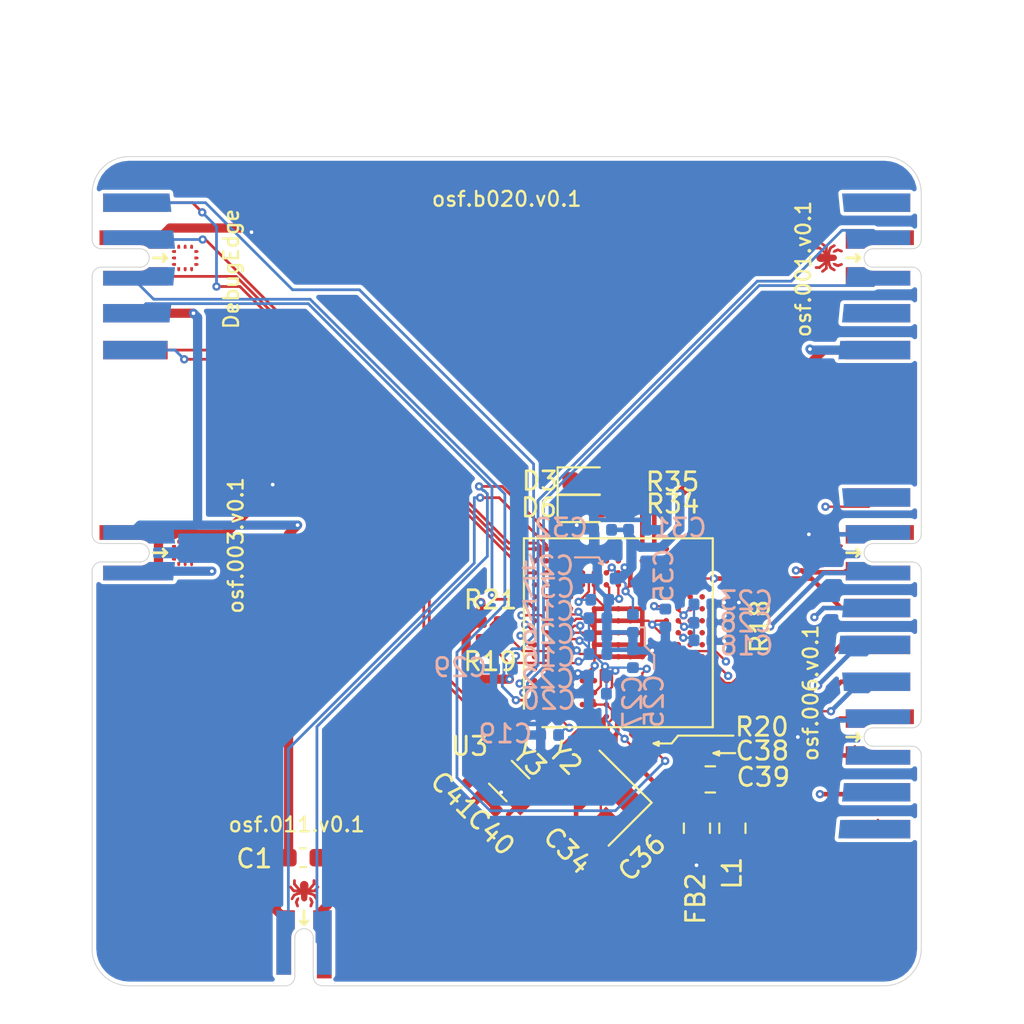
<source format=kicad_pcb>
(kicad_pcb (version 20171130) (host pcbnew "(5.1.5)-3")
  (layers (0 F.Cu signal) (1 In1.Cu signal) (2 In2.Cu signal) (31 B.Cu signal) (34 B.Paste user hide) (35 F.Paste user hide) (36 B.SilkS user) (37 F.SilkS user) (38 B.Mask user hide) (39 F.Mask user) (44 Edge.Cuts user))
  (net 0 "")
  (net 1 GND)
  (net 2 +3V3)
  (net 3 "Net-(C35-Pad1)")
  (net 4 "Net-(C37-Pad1)")
  (net 5 /uC/GNDA)
  (net 6 /uC/vref+)
  (net 7 "Net-(R18-Pad1)")
  (net 8 "Net-(R19-Pad1)")
  (net 9 "Net-(R21-Pad1)")
  (net 10 /uC/xtal+)
  (net 11 /uC/xtal-)
  (net 12 /uC/xtal_32kHz-)
  (net 13 /uC/xtal_32kHz+)
  (net 14 "Net-(D3-Pad2)")
  (net 15 "Net-(D6-Pad2)")
  (net 16 "Net-(R34-Pad2)")
  (net 17 "Net-(R35-Pad2)")
  (net 18 /uC/I2C1_SDA)
  (net 19 /uC/I2C1_SCL)
  (net 20 /uC/nrst)
  (net 21 /uC/CRS_DV)
  (net 22 /uC/TXD1)
  (net 23 /uC/RXD1)
  (net 24 /uC/MDIO)
  (net 25 /uC/RXD0)
  (net 26 /uC/INT_REFCLK)
  (net 27 /uC/MDC)
  (net 28 /uC/TXEN)
  (net 29 /uC/TRACED1)
  (net 30 /uC/tms)
  (net 31 /uC/tck)
  (net 32 /uC/TDI)
  (net 33 /uC/tdo)
  (net 34 /uC/TXD0)
  (net 35 /uC/TRACECLK)
  (net 36 /uC/TRACED0)
  (net 37 /uC/PA12)
  (net 38 /uC/PA11)
  (net 39 +5V)
  (module on_edge:on_edge_2x05_host (layer F.Cu) (at 161 111.5 270)
    (fp_text reference J2)
    (fp_text value I2C_2x2)
    (fp_arc (start 0 0.5) (end 0 0) (angle -90) (layer Edge.Cuts) (width 0.05))
    (fp_arc (start -2 0.5) (end -1.5 0.5) (angle -90) (layer Edge.Cuts) (width 0.05))
    (fp_arc (start -1 2.6) (end -1.5 2.6) (angle -180) (layer Edge.Cuts) (width 0.05))
    (fp_line (start -1.01 5.46) (end -1.01 5.39) (layer F.Cu) (width 0.46))
    (fp_line (start -1.09 5.4) (end -1.02 4.74) (layer F.Cu) (width 0.3))
    (fp_line (start -1.26 5.19) (end -1.54 5.52) (layer F.Cu) (width 0.15))
    (fp_line (start -1.54 5.71) (end -1.54 5.52) (layer F.Cu) (width 0.15))
    (fp_line (start -1.21 5.15) (end -1.58 5.15) (layer F.Cu) (width 0.15))
    (fp_line (start -1.75 5.36) (end -1.58 5.15) (layer F.Cu) (width 0.15))
    (fp_line (start -1.39 4.99) (end -1.13 5.04) (layer F.Cu) (width 0.15))
    (fp_line (start -1.39 4.99) (end -1.55 4.92) (layer F.Cu) (width 0.15))
    (fp_line (start -1.67 4.72) (end -1.56 4.91) (layer F.Cu) (width 0.15))
    (fp_poly (pts (xy -1.35 4.56) (xy -1.29 4.68) (xy -1.29 4.82) (xy -1.42 4.76) (xy -1.49 4.61) (xy -1.4 4.64)) (layer F.Cu) (width 0.001))
    (fp_line (start -1.44 4.54) (end -1.38 4.67) (layer F.Cu) (width 0.15))
    (fp_line (start -1.37 4.33) (end -1.44 4.53) (layer F.Cu) (width 0.15))
    (fp_line (start 0 0) (end 4 0) (layer Edge.Cuts) (width 0.05))
    (fp_line (start -4 0) (end -2 0) (layer Edge.Cuts) (width 0.05))
    (fp_line (start -0.5 2.6) (end -0.5 0.5) (layer Edge.Cuts) (width 0.05))
    (fp_line (start -1.5 0.5) (end -1.5 2.6) (layer Edge.Cuts) (width 0.05))
    (fp_line (start -0.93 5.4) (end -1 4.74) (layer F.Cu) (width 0.3))
    (fp_line (start -0.76 5.19) (end -0.48 5.52) (layer F.Cu) (width 0.15))
    (fp_line (start -0.48 5.71) (end -0.48 5.52) (layer F.Cu) (width 0.15))
    (fp_line (start -0.81 5.15) (end -0.44 5.15) (layer F.Cu) (width 0.15))
    (fp_line (start -0.27 5.36) (end -0.44 5.15) (layer F.Cu) (width 0.15))
    (fp_line (start -0.63 4.99) (end -0.89 5.04) (layer F.Cu) (width 0.15))
    (fp_line (start -0.63 4.99) (end -0.47 4.92) (layer F.Cu) (width 0.15))
    (fp_line (start -0.35 4.72) (end -0.46 4.91) (layer F.Cu) (width 0.15))
    (fp_poly (pts (xy -0.67 4.56) (xy -0.73 4.68) (xy -0.73 4.82) (xy -0.6 4.76) (xy -0.53 4.61) (xy -0.62 4.64)) (layer F.Cu) (width 0.001))
    (fp_line (start -0.58 4.54) (end -0.64 4.67) (layer F.Cu) (width 0.15))
    (fp_line (start -0.65 4.33) (end -0.58 4.53) (layer F.Cu) (width 0.15))
    (fp_line (start -1.01 5.51) (end -1.01 4.74) (layer F.Cu) (width 0.32))
    (pad 1 smd custom (at -2 3.6 270) (size 1 1) (layers F.Cu F.Mask) (options (clearance outline) (anchor rect)) (primitives (gr_poly (pts (xy 0.3 -0.99) (xy 0.31 -0.88) (xy 0.33 -0.8) (xy 0.35 -0.74) (xy 0.37 -0.69) (xy 0.4 -0.64) (xy 0.44 -0.58) (xy 0.48 -0.53) (xy 0.5 -0.51) (xy 0.5 0.5) (xy -0.5 0.5) (xy -0.5 -3.2) (xy 0.3 -3.2)) (width 0))))
    (pad 2 smd custom (at 0 3.6 270) (size 1 1) (layers F.Cu F.Mask) (options (clearance outline) (anchor rect)) (primitives (gr_poly (pts (xy -0.3 -0.99) (xy -0.31 -0.88) (xy -0.33 -0.8) (xy -0.35 -0.74) (xy -0.37 -0.69) (xy -0.4 -0.64) (xy -0.44 -0.58) (xy -0.48 -0.53) (xy -0.5 -0.51) (xy -0.5 0.5) (xy 0.5 0.5) (xy 0.5 -3) (xy -0.3 -3)) (width 0))))
    (pad 4 smd custom (at 0 2.1 90) (size 0.4 0.4) (layers B.Cu B.Mask) (net 18 /uC/I2C1_SDA) (options (clearance outline) (anchor rect)) (primitives (gr_poly (pts (xy 0.3 -0.51) (xy 0.31 -0.62) (xy 0.33 -0.7) (xy 0.35 -0.76) (xy 0.37 -0.81) (xy 0.4 -0.86) (xy 0.44 -0.92) (xy 0.48 -0.97) (xy 0.5 -0.99) (xy 0.5 -1.9) (xy -0.5 -2) (xy -0.5 1.5) (xy 0.3 1.5)) (width 0))))
    (pad 3 smd custom (at -2 2.1 90) (size 0.4 0.4) (layers B.Cu B.Mask) (net 19 /uC/I2C1_SCL) (options (clearance outline) (anchor rect)) (primitives (gr_poly (pts (xy -0.3 -0.51) (xy -0.31 -0.62) (xy -0.33 -0.7) (xy -0.35 -0.76) (xy -0.37 -0.81) (xy -0.4 -0.86) (xy -0.44 -0.92) (xy -0.48 -0.97) (xy -0.5 -0.99) (xy -0.5 -1.9) (xy 0.5 -2) (xy 0.5 1.5) (xy -0.3 1.5)) (width 0))))
    (pad 5 smd rect (at 2 2.35 270) (size 1 3.5) (layers F.Cu F.Mask))
    (pad 10 smd custom (at 4 2.5 90) (size 1 3.8) (layers B.Cu B.Mask) (net 39 +5V) (options (clearance outline) (anchor rect)) (primitives (gr_poly (pts (xy 0.5 -1.9) (xy -0.5 -2) (xy -0.5 -1.9)) (width 0))))
    (pad 6 smd custom (at 2 2.4 90) (size 1 3.6) (layers B.Cu B.Mask) (options (clearance outline) (anchor rect)) (primitives (gr_poly (pts (xy 0.5 -1.8) (xy -0.5 -1.9) (xy -0.5 -1.8)) (width 0))))
    (pad 8 smd custom (at -4 2.4 90) (size 1 3.6) (layers B.Cu B.Mask) (options (clearance outline) (anchor rect)) (primitives (gr_poly (pts (xy 0.5 -1.8) (xy 0.5 -1.9) (xy -0.5 -1.8)) (width 0))))
    (pad 9 smd rect (at 4 2.35 270) (size 1 3.5) (layers F.Cu F.Mask) (net 2 +3V3))
    (pad 7 smd rect (at -4 2.35 270) (size 1 3.5) (layers F.Cu F.Mask))
  )
  (module on_edge:on_edge_2x02_device (layer F.Cu) (at 116 127.5 270)
    (fp_text reference J1)
    (fp_text value 003_power_2x2)
    (fp_arc (start -2 -0.5) (end -2 0) (angle -90) (layer Edge.Cuts) (width 0.05))
    (fp_arc (start 0 -0.5) (end -0.5 -0.5) (angle -90) (layer Edge.Cuts) (width 0.05))
    (fp_arc (start -1 -2.6) (end -0.5 -2.6) (angle -180) (layer Edge.Cuts) (width 0.05))
    (fp_line (start -0.4 -5.4) (end -0.35 -5.4) (layer F.Cu) (width 0.15))
    (fp_poly (pts (xy -0.5 -5.325) (xy -0.5 -5.475) (xy -0.375 -5.475) (xy -0.375 -5.325)) (layer F.Cu) (width 0))
    (fp_line (start -0.4 -5.05) (end -0.35 -5.05) (layer F.Cu) (width 0.15))
    (fp_poly (pts (xy -0.5 -4.975) (xy -0.5 -5.125) (xy -0.375 -5.125) (xy -0.375 -4.975)) (layer F.Cu) (width 0))
    (fp_line (start -0.4 -4.7) (end -0.35 -4.7) (layer F.Cu) (width 0.15))
    (fp_poly (pts (xy -0.5 -4.625) (xy -0.5 -4.775) (xy -0.375 -4.775) (xy -0.375 -4.625)) (layer F.Cu) (width 0))
    (fp_line (start -0.65 -4.45) (end -0.65 -4.4) (layer F.Cu) (width 0.15))
    (fp_poly (pts (xy -0.725 -4.55) (xy -0.575 -4.55) (xy -0.575 -4.425) (xy -0.725 -4.425)) (layer F.Cu) (width 0))
    (fp_line (start -1 -4.45) (end -1 -4.4) (layer F.Cu) (width 0.15))
    (fp_poly (pts (xy -1.075 -4.55) (xy -0.925 -4.55) (xy -0.925 -4.425) (xy -1.075 -4.425)) (layer F.Cu) (width 0))
    (fp_line (start -1.35 -4.45) (end -1.35 -4.4) (layer F.Cu) (width 0.15))
    (fp_poly (pts (xy -1.425 -4.55) (xy -1.275 -4.55) (xy -1.275 -4.425) (xy -1.425 -4.425)) (layer F.Cu) (width 0))
    (fp_poly (pts (xy -1.5 -4.775) (xy -1.5 -4.625) (xy -1.625 -4.625) (xy -1.625 -4.775)) (layer F.Cu) (width 0))
    (fp_line (start -1.6 -5.05) (end -1.65 -5.05) (layer F.Cu) (width 0.15))
    (fp_poly (pts (xy -1.5 -5.125) (xy -1.5 -4.975) (xy -1.625 -4.975) (xy -1.625 -5.125)) (layer F.Cu) (width 0))
    (fp_line (start -1.6 -5.4) (end -1.65 -5.4) (layer F.Cu) (width 0.15))
    (fp_poly (pts (xy -1.5 -5.475) (xy -1.5 -5.325) (xy -1.625 -5.325) (xy -1.625 -5.475)) (layer F.Cu) (width 0))
    (fp_line (start -1.6 -4.7) (end -1.65 -4.7) (layer F.Cu) (width 0.15))
    (fp_line (start -1.5 -2.6) (end -1.5 -0.5) (layer Edge.Cuts) (width 0.05))
    (fp_line (start -0.5 -0.5) (end -0.5 -2.6) (layer Edge.Cuts) (width 0.05))
    (fp_line (start -1.35 -5.65) (end -1.35 -5.7) (layer F.Cu) (width 0.15))
    (fp_poly (pts (xy -1.275 -5.55) (xy -1.425 -5.55) (xy -1.425 -5.675) (xy -1.275 -5.675)) (layer F.Cu) (width 0))
    (fp_poly (pts (xy -0.925 -5.55) (xy -1.075 -5.55) (xy -1.075 -5.675) (xy -0.925 -5.675)) (layer F.Cu) (width 0))
    (fp_line (start -1 -5.65) (end -1 -5.7) (layer F.Cu) (width 0.15))
    (fp_poly (pts (xy -0.575 -5.55) (xy -0.725 -5.55) (xy -0.725 -5.675) (xy -0.575 -5.675)) (layer F.Cu) (width 0))
    (fp_line (start -0.65 -5.65) (end -0.65 -5.7) (layer F.Cu) (width 0.15))
    (pad 1 smd custom (at -2 -3.6 270) (size 1 1) (layers F.Cu F.Mask) (net 1 GND) (options (clearance outline) (anchor rect)) (primitives (gr_poly (pts (xy 0.3 1) (xy 0.31 0.89) (xy 0.33 0.81) (xy 0.35 0.75) (xy 0.37 0.7) (xy 0.4 0.65) (xy 0.44 0.59) (xy 0.48 0.54) (xy 0.5 0.52) (xy 0.5 -0.5) (xy -0.5 -0.5) (xy -0.5 3.2) (xy 0.3 3.2)) (width 0))))
    (pad 2 smd custom (at 0 -3.6 270) (size 1 1) (layers F.Cu F.Mask) (net 1 GND) (options (clearance outline) (anchor rect)) (primitives (gr_poly (pts (xy -0.3 1) (xy -0.31 0.89) (xy -0.33 0.81) (xy -0.35 0.75) (xy -0.37 0.7) (xy -0.4 0.65) (xy -0.44 0.59) (xy -0.48 0.54) (xy -0.5 0.52) (xy -0.5 -0.5) (xy 0.5 -0.5) (xy 0.5 3) (xy -0.3 3)) (width 0))))
    (pad 4 smd custom (at 0 -2.1 270) (size 0.4 0.4) (layers B.Cu B.Mask) (net 39 +5V) (options (clearance outline) (anchor rect)) (primitives (gr_poly (pts (xy -0.3 -0.51) (xy -0.31 -0.62) (xy -0.33 -0.7) (xy -0.35 -0.76) (xy -0.37 -0.81) (xy -0.4 -0.86) (xy -0.44 -0.92) (xy -0.48 -0.97) (xy -0.5 -0.99) (xy -0.5 -2.4) (xy 0.5 -2.3) (xy 0.5 1.5) (xy -0.3 1.5)) (width 0))))
    (pad 3 smd custom (at -2 -2.1 270) (size 0.4 0.4) (layers B.Cu B.Mask) (net 2 +3V3) (options (clearance outline) (anchor rect)) (primitives (gr_poly (pts (xy 0.3 -0.51) (xy 0.31 -0.62) (xy 0.33 -0.7) (xy 0.35 -0.76) (xy 0.37 -0.81) (xy 0.4 -0.86) (xy 0.44 -0.92) (xy 0.48 -0.97) (xy 0.5 -0.99) (xy 0.5 -2.4) (xy -0.5 -2.3) (xy -0.5 1.5) (xy 0.3 1.5)) (width 0))))
  )
  (module on_edge:on_edge_2x02_host (layer F.Cu) (at 126.5 150 180)
    (fp_text reference J6)
    (fp_text value 011_GPIO_2x2)
    (fp_arc (start 0 0.5) (end 0 0) (angle -90) (layer Edge.Cuts) (width 0.05))
    (fp_arc (start -2 0.5) (end -1.5 0.5) (angle -90) (layer Edge.Cuts) (width 0.05))
    (fp_arc (start -1 2.6) (end -1.5 2.6) (angle -180) (layer Edge.Cuts) (width 0.05))
    (fp_line (start -1.01 5.46) (end -1.01 5.39) (layer F.Cu) (width 0.46))
    (fp_line (start -1.09 5.4) (end -1.02 4.74) (layer F.Cu) (width 0.3))
    (fp_line (start -1.26 5.19) (end -1.54 5.52) (layer F.Cu) (width 0.15))
    (fp_line (start -1.54 5.71) (end -1.54 5.52) (layer F.Cu) (width 0.15))
    (fp_line (start -1.21 5.15) (end -1.58 5.15) (layer F.Cu) (width 0.15))
    (fp_line (start -1.75 5.36) (end -1.58 5.15) (layer F.Cu) (width 0.15))
    (fp_line (start -1.39 4.99) (end -1.13 5.04) (layer F.Cu) (width 0.15))
    (fp_line (start -1.39 4.99) (end -1.55 4.92) (layer F.Cu) (width 0.15))
    (fp_line (start -1.67 4.72) (end -1.56 4.91) (layer F.Cu) (width 0.15))
    (fp_poly (pts (xy -1.35 4.56) (xy -1.29 4.68) (xy -1.29 4.82) (xy -1.42 4.76) (xy -1.49 4.61) (xy -1.4 4.64)) (layer F.Cu) (width 0.001))
    (fp_line (start -1.44 4.54) (end -1.38 4.67) (layer F.Cu) (width 0.15))
    (fp_line (start -1.37 4.33) (end -1.44 4.53) (layer F.Cu) (width 0.15))
    (fp_line (start -0.5 2.6) (end -0.5 0.5) (layer Edge.Cuts) (width 0.05))
    (fp_line (start -1.5 0.5) (end -1.5 2.6) (layer Edge.Cuts) (width 0.05))
    (fp_line (start -0.93 5.4) (end -1 4.74) (layer F.Cu) (width 0.3))
    (fp_line (start -0.76 5.19) (end -0.48 5.52) (layer F.Cu) (width 0.15))
    (fp_line (start -0.48 5.71) (end -0.48 5.52) (layer F.Cu) (width 0.15))
    (fp_line (start -0.81 5.15) (end -0.44 5.15) (layer F.Cu) (width 0.15))
    (fp_line (start -0.27 5.36) (end -0.44 5.15) (layer F.Cu) (width 0.15))
    (fp_line (start -0.63 4.99) (end -0.89 5.04) (layer F.Cu) (width 0.15))
    (fp_line (start -0.63 4.99) (end -0.47 4.92) (layer F.Cu) (width 0.15))
    (fp_line (start -0.35 4.72) (end -0.46 4.91) (layer F.Cu) (width 0.15))
    (fp_poly (pts (xy -0.67 4.56) (xy -0.73 4.68) (xy -0.73 4.82) (xy -0.6 4.76) (xy -0.53 4.61) (xy -0.62 4.64)) (layer F.Cu) (width 0.001))
    (fp_line (start -0.58 4.54) (end -0.64 4.67) (layer F.Cu) (width 0.15))
    (fp_line (start -0.65 4.33) (end -0.58 4.53) (layer F.Cu) (width 0.15))
    (fp_line (start -1.01 5.51) (end -1.01 4.74) (layer F.Cu) (width 0.32))
    (pad 1 smd custom (at -2 3.6 180) (size 1 1) (layers F.Cu F.Mask) (net 1 GND) (options (clearance outline) (anchor rect)) (primitives (gr_poly (pts (xy 0.3 -0.99) (xy 0.31 -0.88) (xy 0.33 -0.8) (xy 0.35 -0.74) (xy 0.37 -0.69) (xy 0.4 -0.64) (xy 0.44 -0.58) (xy 0.48 -0.53) (xy 0.5 -0.51) (xy 0.5 0.5) (xy -0.5 0.5) (xy -0.5 -3.2) (xy 0.3 -3.2)) (width 0))))
    (pad 2 smd custom (at 0 3.6 180) (size 1 1) (layers F.Cu F.Mask) (net 2 +3V3) (options (clearance outline) (anchor rect)) (primitives (gr_poly (pts (xy -0.3 -0.99) (xy -0.31 -0.88) (xy -0.33 -0.8) (xy -0.35 -0.74) (xy -0.37 -0.69) (xy -0.4 -0.64) (xy -0.44 -0.58) (xy -0.48 -0.53) (xy -0.5 -0.51) (xy -0.5 0.5) (xy 0.5 0.5) (xy 0.5 -3) (xy -0.3 -3)) (width 0))))
    (pad 4 smd custom (at 0 2.1) (size 0.4 0.4) (layers B.Cu B.Mask) (net 37 /uC/PA12) (options (clearance outline) (anchor rect)) (primitives (gr_poly (pts (xy 0.3 -0.51) (xy 0.31 -0.62) (xy 0.33 -0.7) (xy 0.35 -0.76) (xy 0.37 -0.81) (xy 0.4 -0.86) (xy 0.44 -0.92) (xy 0.48 -0.97) (xy 0.5 -0.99) (xy 0.5 -1.9) (xy -0.5 -2) (xy -0.5 1.5) (xy 0.3 1.5)) (width 0))))
    (pad 3 smd custom (at -2 2.1) (size 0.4 0.4) (layers B.Cu B.Mask) (net 38 /uC/PA11) (options (clearance outline) (anchor rect)) (primitives (gr_poly (pts (xy -0.3 -0.51) (xy -0.31 -0.62) (xy -0.33 -0.7) (xy -0.35 -0.76) (xy -0.37 -0.81) (xy -0.4 -0.86) (xy -0.44 -0.92) (xy -0.48 -0.97) (xy -0.5 -0.99) (xy -0.5 -1.9) (xy 0.5 -2) (xy 0.5 1.5) (xy -0.3 1.5)) (width 0))))
  )
  (module Capacitor_SMD:C_0603_1608Metric (layer F.Cu) (at 127.45 143.05)
    (fp_text reference C1 (at -2.65 0.05) (layer F.SilkS))
    (fp_text value 10uF)
    (pad 2 smd roundrect (at 0.7875 0) (size 0.875 0.95) (layers F.Cu F.Paste F.Mask) (net 1 GND))
    (pad 1 smd roundrect (at -0.7875 0) (size 0.875 0.95) (layers F.Cu F.Paste F.Mask) (net 2 +3V3))
  )
  (module on_edge:on_edge_2x10_host (layer F.Cu) (at 161 127.5 270)
    (fp_text reference J4)
    (fp_text value 006_RMII_2x10)
    (fp_arc (start 9 2.6) (end 8.5 2.6) (angle -180) (layer Edge.Cuts) (width 0.05))
    (fp_arc (start 10 0.5) (end 10 0) (angle -90) (layer Edge.Cuts) (width 0.05))
    (fp_arc (start 8 0.5) (end 8.5 0.5) (angle -90) (layer Edge.Cuts) (width 0.05))
    (fp_line (start 10 0) (end 14 0) (layer Edge.Cuts) (width 0.05))
    (fp_line (start 5 0) (end 8 0) (layer Edge.Cuts) (width 0.05))
    (fp_line (start 9.5 2.6) (end 9.5 0.5) (layer Edge.Cuts) (width 0.05))
    (fp_line (start 8.5 0.5) (end 8.5 2.6) (layer Edge.Cuts) (width 0.05))
    (fp_line (start -1.01 5.51) (end -1.01 4.74) (layer F.Cu) (width 0.32))
    (fp_line (start -0.65 4.33) (end -0.58 4.53) (layer F.Cu) (width 0.15))
    (fp_line (start -0.58 4.54) (end -0.64 4.67) (layer F.Cu) (width 0.15))
    (fp_poly (pts (xy -0.67 4.56) (xy -0.73 4.68) (xy -0.73 4.82) (xy -0.6 4.76) (xy -0.53 4.61) (xy -0.62 4.64)) (layer F.Cu) (width 0.001))
    (fp_line (start -0.35 4.72) (end -0.46 4.91) (layer F.Cu) (width 0.15))
    (fp_line (start -0.63 4.99) (end -0.47 4.92) (layer F.Cu) (width 0.15))
    (fp_line (start -0.63 4.99) (end -0.89 5.04) (layer F.Cu) (width 0.15))
    (fp_line (start -0.27 5.36) (end -0.44 5.15) (layer F.Cu) (width 0.15))
    (fp_line (start -0.81 5.15) (end -0.44 5.15) (layer F.Cu) (width 0.15))
    (fp_line (start -0.48 5.71) (end -0.48 5.52) (layer F.Cu) (width 0.15))
    (fp_line (start -0.76 5.19) (end -0.48 5.52) (layer F.Cu) (width 0.15))
    (fp_line (start -0.93 5.4) (end -1 4.74) (layer F.Cu) (width 0.3))
    (fp_line (start -1.5 0.5) (end -1.5 2.6) (layer Edge.Cuts) (width 0.05))
    (fp_line (start -0.5 2.6) (end -0.5 0.5) (layer Edge.Cuts) (width 0.05))
    (fp_line (start -4 0) (end -2 0) (layer Edge.Cuts) (width 0.05))
    (fp_line (start 0 0) (end 5 0) (layer Edge.Cuts) (width 0.05))
    (fp_line (start -1.37 4.33) (end -1.44 4.53) (layer F.Cu) (width 0.15))
    (fp_line (start -1.44 4.54) (end -1.38 4.67) (layer F.Cu) (width 0.15))
    (fp_poly (pts (xy -1.35 4.56) (xy -1.29 4.68) (xy -1.29 4.82) (xy -1.42 4.76) (xy -1.49 4.61) (xy -1.4 4.64)) (layer F.Cu) (width 0.001))
    (fp_line (start -1.67 4.72) (end -1.56 4.91) (layer F.Cu) (width 0.15))
    (fp_line (start -1.39 4.99) (end -1.55 4.92) (layer F.Cu) (width 0.15))
    (fp_line (start -1.39 4.99) (end -1.13 5.04) (layer F.Cu) (width 0.15))
    (fp_line (start -1.75 5.36) (end -1.58 5.15) (layer F.Cu) (width 0.15))
    (fp_line (start -1.21 5.15) (end -1.58 5.15) (layer F.Cu) (width 0.15))
    (fp_line (start -1.54 5.71) (end -1.54 5.52) (layer F.Cu) (width 0.15))
    (fp_line (start -1.26 5.19) (end -1.54 5.52) (layer F.Cu) (width 0.15))
    (fp_line (start -1.09 5.4) (end -1.02 4.74) (layer F.Cu) (width 0.3))
    (fp_line (start -1.01 5.46) (end -1.01 5.39) (layer F.Cu) (width 0.46))
    (fp_arc (start -1 2.6) (end -1.5 2.6) (angle -180) (layer Edge.Cuts) (width 0.05))
    (fp_arc (start -2 0.5) (end -1.5 0.5) (angle -90) (layer Edge.Cuts) (width 0.05))
    (fp_arc (start 0 0.5) (end 0 0) (angle -90) (layer Edge.Cuts) (width 0.05))
    (pad 20 smd custom (at 14 2.5 90) (size 1 3.8) (layers B.Cu B.Mask) (options (clearance outline) (anchor rect)) (primitives (gr_poly (pts (xy 0.5 -1.9) (xy -0.5 -2) (xy -0.5 -1.9)) (width 0))))
    (pad 16 smd custom (at 12 2.4 90) (size 1 3.6) (layers B.Cu B.Mask) (options (clearance outline) (anchor rect)) (primitives (gr_poly (pts (xy 0.5 -1.8) (xy -0.5 -1.9) (xy -0.5 -1.8)) (width 0))))
    (pad 14 smd custom (at 10 2.1 90) (size 0.4 0.4) (layers B.Cu B.Mask) (options (clearance outline) (anchor rect)) (primitives (gr_poly (pts (xy 0.3 -0.51) (xy 0.31 -0.62) (xy 0.33 -0.7) (xy 0.35 -0.76) (xy 0.37 -0.81) (xy 0.4 -0.86) (xy 0.44 -0.92) (xy 0.48 -0.97) (xy 0.5 -0.99) (xy 0.5 -1.9) (xy -0.5 -2) (xy -0.5 1.5) (xy 0.3 1.5)) (width 0))))
    (pad 11 smd custom (at 8 3.6 270) (size 1 1) (layers F.Cu F.Mask) (net 1 GND) (options (clearance outline) (anchor rect)) (primitives (gr_poly (pts (xy 0.3 -0.99) (xy 0.31 -0.88) (xy 0.33 -0.8) (xy 0.35 -0.74) (xy 0.37 -0.69) (xy 0.4 -0.64) (xy 0.44 -0.58) (xy 0.48 -0.53) (xy 0.5 -0.51) (xy 0.5 0.5) (xy -0.5 0.5) (xy -0.5 -3.2) (xy 0.3 -3.2)) (width 0))))
    (pad 15 smd rect (at 12 2.35 270) (size 1 3.5) (layers F.Cu F.Mask) (net 20 /uC/nrst))
    (pad 19 smd rect (at 14 2.35 270) (size 1 3.5) (layers F.Cu F.Mask))
    (pad 17 smd rect (at 6 2.35 270) (size 1 3.5) (layers F.Cu F.Mask) (net 24 /uC/MDIO))
    (pad 13 smd custom (at 8 2.1 90) (size 0.4 0.4) (layers B.Cu B.Mask) (net 1 GND) (options (clearance outline) (anchor rect)) (primitives (gr_poly (pts (xy -0.3 -0.51) (xy -0.31 -0.62) (xy -0.33 -0.7) (xy -0.35 -0.76) (xy -0.37 -0.81) (xy -0.4 -0.86) (xy -0.44 -0.92) (xy -0.48 -0.97) (xy -0.5 -0.99) (xy -0.5 -1.9) (xy 0.5 -2) (xy 0.5 1.5) (xy -0.3 1.5)) (width 0))))
    (pad 18 smd custom (at 6 2.4 90) (size 1 3.6) (layers B.Cu B.Mask) (net 27 /uC/MDC) (options (clearance outline) (anchor rect)) (primitives (gr_poly (pts (xy 0.5 -1.8) (xy 0.5 -1.9) (xy -0.5 -1.8)) (width 0))))
    (pad 12 smd custom (at 10 3.6 270) (size 1 1) (layers F.Cu F.Mask) (net 2 +3V3) (options (clearance outline) (anchor rect)) (primitives (gr_poly (pts (xy -0.3 -0.99) (xy -0.31 -0.88) (xy -0.33 -0.8) (xy -0.35 -0.74) (xy -0.37 -0.69) (xy -0.4 -0.64) (xy -0.44 -0.58) (xy -0.48 -0.53) (xy -0.5 -0.51) (xy -0.5 0.5) (xy 0.5 0.5) (xy 0.5 -3) (xy -0.3 -3)) (width 0))))
    (pad 7 smd rect (at -4 2.35 270) (size 1 3.5) (layers F.Cu F.Mask) (net 28 /uC/TXEN))
    (pad 9 smd rect (at 4 2.35 270) (size 1 3.5) (layers F.Cu F.Mask) (net 26 /uC/INT_REFCLK))
    (pad 8 smd custom (at -4 2.4 90) (size 1 3.6) (layers B.Cu B.Mask) (options (clearance outline) (anchor rect)) (primitives (gr_poly (pts (xy 0.5 -1.8) (xy 0.5 -1.9) (xy -0.5 -1.8)) (width 0))))
    (pad 6 smd custom (at 2 2.4 90) (size 1 3.6) (layers B.Cu B.Mask) (net 23 /uC/RXD1) (options (clearance outline) (anchor rect)) (primitives (gr_poly (pts (xy 0.5 -1.8) (xy -0.5 -1.9) (xy -0.5 -1.8)) (width 0))))
    (pad 10 smd custom (at 4 2.5 90) (size 1 3.8) (layers B.Cu B.Mask) (net 21 /uC/CRS_DV) (options (clearance outline) (anchor rect)) (primitives (gr_poly (pts (xy 0.5 -1.9) (xy -0.5 -2) (xy -0.5 -1.9)) (width 0))))
    (pad 5 smd rect (at 2 2.35 270) (size 1 3.5) (layers F.Cu F.Mask) (net 22 /uC/TXD1))
    (pad 3 smd custom (at -2 2.1 90) (size 0.4 0.4) (layers B.Cu B.Mask) (net 1 GND) (options (clearance outline) (anchor rect)) (primitives (gr_poly (pts (xy -0.3 -0.51) (xy -0.31 -0.62) (xy -0.33 -0.7) (xy -0.35 -0.76) (xy -0.37 -0.81) (xy -0.4 -0.86) (xy -0.44 -0.92) (xy -0.48 -0.97) (xy -0.5 -0.99) (xy -0.5 -1.9) (xy 0.5 -2) (xy 0.5 1.5) (xy -0.3 1.5)) (width 0))))
    (pad 4 smd custom (at 0 2.1 90) (size 0.4 0.4) (layers B.Cu B.Mask) (net 25 /uC/RXD0) (options (clearance outline) (anchor rect)) (primitives (gr_poly (pts (xy 0.3 -0.51) (xy 0.31 -0.62) (xy 0.33 -0.7) (xy 0.35 -0.76) (xy 0.37 -0.81) (xy 0.4 -0.86) (xy 0.44 -0.92) (xy 0.48 -0.97) (xy 0.5 -0.99) (xy 0.5 -1.9) (xy -0.5 -2) (xy -0.5 1.5) (xy 0.3 1.5)) (width 0))))
    (pad 2 smd custom (at 0 3.6 270) (size 1 1) (layers F.Cu F.Mask) (net 34 /uC/TXD0) (options (clearance outline) (anchor rect)) (primitives (gr_poly (pts (xy -0.3 -0.99) (xy -0.31 -0.88) (xy -0.33 -0.8) (xy -0.35 -0.74) (xy -0.37 -0.69) (xy -0.4 -0.64) (xy -0.44 -0.58) (xy -0.48 -0.53) (xy -0.5 -0.51) (xy -0.5 0.5) (xy 0.5 0.5) (xy 0.5 -3) (xy -0.3 -3)) (width 0))))
    (pad 1 smd custom (at -2 3.6 270) (size 1 1) (layers F.Cu F.Mask) (net 1 GND) (options (clearance outline) (anchor rect)) (primitives (gr_poly (pts (xy 0.3 -0.99) (xy 0.31 -0.88) (xy 0.33 -0.8) (xy 0.35 -0.74) (xy 0.37 -0.69) (xy 0.4 -0.64) (xy 0.44 -0.58) (xy 0.48 -0.53) (xy 0.5 -0.51) (xy 0.5 0.5) (xy -0.5 0.5) (xy -0.5 -3.2) (xy 0.3 -3.2)) (width 0))))
  )
  (module on_edge:on_edge_2x05_device (layer F.Cu) (at 116 111.5 270)
    (fp_text reference J3)
    (fp_text value DebugEdge_02x05)
    (fp_arc (start -2 -0.5) (end -2 0) (angle -90) (layer Edge.Cuts) (width 0.05))
    (fp_arc (start 0 -0.5) (end -0.5 -0.5) (angle -90) (layer Edge.Cuts) (width 0.05))
    (fp_arc (start -1 -2.6) (end -0.5 -2.6) (angle -180) (layer Edge.Cuts) (width 0.05))
    (fp_line (start -0.4 -5.4) (end -0.35 -5.4) (layer F.Cu) (width 0.15))
    (fp_poly (pts (xy -0.5 -5.325) (xy -0.5 -5.475) (xy -0.375 -5.475) (xy -0.375 -5.325)) (layer F.Cu) (width 0))
    (fp_line (start -0.4 -5.05) (end -0.35 -5.05) (layer F.Cu) (width 0.15))
    (fp_poly (pts (xy -0.5 -4.975) (xy -0.5 -5.125) (xy -0.375 -5.125) (xy -0.375 -4.975)) (layer F.Cu) (width 0))
    (fp_line (start -0.4 -4.7) (end -0.35 -4.7) (layer F.Cu) (width 0.15))
    (fp_poly (pts (xy -0.5 -4.625) (xy -0.5 -4.775) (xy -0.375 -4.775) (xy -0.375 -4.625)) (layer F.Cu) (width 0))
    (fp_line (start -0.65 -4.45) (end -0.65 -4.4) (layer F.Cu) (width 0.15))
    (fp_poly (pts (xy -0.725 -4.55) (xy -0.575 -4.55) (xy -0.575 -4.425) (xy -0.725 -4.425)) (layer F.Cu) (width 0))
    (fp_line (start -1 -4.45) (end -1 -4.4) (layer F.Cu) (width 0.15))
    (fp_poly (pts (xy -1.075 -4.55) (xy -0.925 -4.55) (xy -0.925 -4.425) (xy -1.075 -4.425)) (layer F.Cu) (width 0))
    (fp_line (start -1.35 -4.45) (end -1.35 -4.4) (layer F.Cu) (width 0.15))
    (fp_poly (pts (xy -1.425 -4.55) (xy -1.275 -4.55) (xy -1.275 -4.425) (xy -1.425 -4.425)) (layer F.Cu) (width 0))
    (fp_poly (pts (xy -1.5 -4.775) (xy -1.5 -4.625) (xy -1.625 -4.625) (xy -1.625 -4.775)) (layer F.Cu) (width 0))
    (fp_line (start -1.6 -5.05) (end -1.65 -5.05) (layer F.Cu) (width 0.15))
    (fp_poly (pts (xy -1.5 -5.125) (xy -1.5 -4.975) (xy -1.625 -4.975) (xy -1.625 -5.125)) (layer F.Cu) (width 0))
    (fp_line (start -1.6 -5.4) (end -1.65 -5.4) (layer F.Cu) (width 0.15))
    (fp_poly (pts (xy -1.5 -5.475) (xy -1.5 -5.325) (xy -1.625 -5.325) (xy -1.625 -5.475)) (layer F.Cu) (width 0))
    (fp_line (start -1.6 -4.7) (end -1.65 -4.7) (layer F.Cu) (width 0.15))
    (fp_line (start -1.5 -2.6) (end -1.5 -0.5) (layer Edge.Cuts) (width 0.05))
    (fp_line (start -0.5 -0.5) (end -0.5 -2.6) (layer Edge.Cuts) (width 0.05))
    (fp_line (start -4 0) (end -2 0) (layer Edge.Cuts) (width 0.05))
    (fp_line (start 0 0) (end 4 0) (layer Edge.Cuts) (width 0.05))
    (fp_line (start -1.35 -5.65) (end -1.35 -5.7) (layer F.Cu) (width 0.15))
    (fp_poly (pts (xy -1.275 -5.55) (xy -1.425 -5.55) (xy -1.425 -5.675) (xy -1.275 -5.675)) (layer F.Cu) (width 0))
    (fp_poly (pts (xy -0.925 -5.55) (xy -1.075 -5.55) (xy -1.075 -5.675) (xy -0.925 -5.675)) (layer F.Cu) (width 0))
    (fp_line (start -1 -5.65) (end -1 -5.7) (layer F.Cu) (width 0.15))
    (fp_poly (pts (xy -0.575 -5.55) (xy -0.725 -5.55) (xy -0.725 -5.675) (xy -0.575 -5.675)) (layer F.Cu) (width 0))
    (fp_line (start -0.65 -5.65) (end -0.65 -5.7) (layer F.Cu) (width 0.15))
    (pad 1 smd custom (at -2 -3.6 270) (size 1 1) (layers F.Cu F.Mask) (net 1 GND) (options (clearance outline) (anchor rect)) (primitives (gr_poly (pts (xy 0.3 1) (xy 0.31 0.89) (xy 0.33 0.81) (xy 0.35 0.75) (xy 0.37 0.7) (xy 0.4 0.65) (xy 0.44 0.59) (xy 0.48 0.54) (xy 0.5 0.52) (xy 0.5 -0.5) (xy -0.5 -0.5) (xy -0.5 3.2) (xy 0.3 3.2)) (width 0))))
    (pad 2 smd custom (at 0 -3.6 270) (size 1 1) (layers F.Cu F.Mask) (net 30 /uC/tms) (options (clearance outline) (anchor rect)) (primitives (gr_poly (pts (xy -0.3 1) (xy -0.31 0.89) (xy -0.33 0.81) (xy -0.35 0.75) (xy -0.37 0.7) (xy -0.4 0.65) (xy -0.44 0.59) (xy -0.48 0.54) (xy -0.5 0.52) (xy -0.5 -0.5) (xy 0.5 -0.5) (xy 0.5 3) (xy -0.3 3)) (width 0))))
    (pad 4 smd custom (at 0 -2.1 270) (size 0.4 0.4) (layers B.Cu B.Mask) (net 20 /uC/nrst) (options (clearance outline) (anchor rect)) (primitives (gr_poly (pts (xy -0.3 -0.51) (xy -0.31 -0.62) (xy -0.33 -0.7) (xy -0.35 -0.76) (xy -0.37 -0.81) (xy -0.4 -0.86) (xy -0.44 -0.92) (xy -0.48 -0.97) (xy -0.5 -0.99) (xy -0.5 -2.4) (xy 0.5 -2.3) (xy 0.5 1.5) (xy -0.3 1.5)) (width 0))))
    (pad 3 smd custom (at -2 -2.1 270) (size 0.4 0.4) (layers B.Cu B.Mask) (net 31 /uC/tck) (options (clearance outline) (anchor rect)) (primitives (gr_poly (pts (xy 0.3 -0.51) (xy 0.31 -0.62) (xy 0.33 -0.7) (xy 0.35 -0.76) (xy 0.37 -0.81) (xy 0.4 -0.86) (xy 0.44 -0.92) (xy 0.48 -0.97) (xy 0.5 -0.99) (xy 0.5 -2.4) (xy -0.5 -2.3) (xy -0.5 1.5) (xy 0.3 1.5)) (width 0))))
    (pad 10 smd custom (at 4 -2.3 270) (size 1 3.4) (layers B.Cu B.Mask) (net 29 /uC/TRACED1) (options (clearance outline) (anchor rect)) (primitives (gr_poly (pts (xy -0.5 -1.7) (xy -0.5 -1.8) (xy 0.5 -1.7)) (width 0))))
    (pad 6 smd custom (at 2 -2.4 270) (size 1 3.6) (layers B.Cu B.Mask) (net 33 /uC/tdo) (options (clearance outline) (anchor rect)) (primitives (gr_poly (pts (xy -0.5 -1.8) (xy -0.5 -1.9) (xy 0.5 -1.8)) (width 0))))
    (pad 8 smd custom (at -4 -2.4 270) (size 1 3.6) (layers B.Cu B.Mask) (net 35 /uC/TRACECLK) (options (clearance outline) (anchor rect)) (primitives (gr_poly (pts (xy 0.5 -1.8) (xy 0.5 -1.9) (xy -0.5 -1.8)) (width 0))))
    (pad 9 smd rect (at 4 -2.35 90) (size 1 3.5) (layers F.Cu F.Mask) (net 36 /uC/TRACED0))
    (pad 7 smd rect (at -4 -2.35 90) (size 1 3.5) (layers F.Cu F.Mask) (net 32 /uC/TDI))
    (pad 5 smd rect (at 2 -2.35 90) (size 1 3.5) (layers F.Cu F.Mask) (net 2 +3V3))
  )
  (module Package_BGA:UFBGA-201_10x10mm_Layout15x15_P0.65mm (layer F.Cu) (at 144.56 130.84 90)
    (fp_text reference U3 (at -6.16 -8.07) (layer F.SilkS))
    (fp_text value STM32F745IEKx)
    (pad R15 smd circle (at 4.55 4.55 90) (size 0.3 0.3) (layers F.Cu F.Paste F.Mask))
    (pad R14 smd circle (at 3.9 4.55 90) (size 0.3 0.3) (layers F.Cu F.Paste F.Mask))
    (pad R13 smd circle (at 3.25 4.55 90) (size 0.3 0.3) (layers F.Cu F.Paste F.Mask))
    (pad R12 smd circle (at 2.6 4.55 90) (size 0.3 0.3) (layers F.Cu F.Paste F.Mask))
    (pad R11 smd circle (at 1.95 4.55 90) (size 0.3 0.3) (layers F.Cu F.Paste F.Mask))
    (pad R10 smd circle (at 1.3 4.55 90) (size 0.3 0.3) (layers F.Cu F.Paste F.Mask))
    (pad R9 smd circle (at 0.65 4.55 90) (size 0.3 0.3) (layers F.Cu F.Paste F.Mask))
    (pad R8 smd circle (at 0 4.55 90) (size 0.3 0.3) (layers F.Cu F.Paste F.Mask))
    (pad R7 smd circle (at -0.65 4.55 90) (size 0.3 0.3) (layers F.Cu F.Paste F.Mask))
    (pad R6 smd circle (at -1.3 4.55 90) (size 0.3 0.3) (layers F.Cu F.Paste F.Mask))
    (pad R5 smd circle (at -1.95 4.55 90) (size 0.3 0.3) (layers F.Cu F.Paste F.Mask))
    (pad R4 smd circle (at -2.6 4.55 90) (size 0.3 0.3) (layers F.Cu F.Paste F.Mask))
    (pad R3 smd circle (at -3.25 4.55 90) (size 0.3 0.3) (layers F.Cu F.Paste F.Mask) (net 21 /uC/CRS_DV))
    (pad R2 smd circle (at -3.9 4.55 90) (size 0.3 0.3) (layers F.Cu F.Paste F.Mask))
    (pad R1 smd circle (at -4.55 4.55 90) (size 0.3 0.3) (layers F.Cu F.Paste F.Mask) (net 6 /uC/vref+))
    (pad P15 smd circle (at 4.55 3.9 90) (size 0.3 0.3) (layers F.Cu F.Paste F.Mask))
    (pad P14 smd circle (at 3.9 3.9 90) (size 0.3 0.3) (layers F.Cu F.Paste F.Mask))
    (pad P13 smd circle (at 3.25 3.9 90) (size 0.3 0.3) (layers F.Cu F.Paste F.Mask))
    (pad P12 smd circle (at 2.6 3.9 90) (size 0.3 0.3) (layers F.Cu F.Paste F.Mask))
    (pad P11 smd circle (at 1.95 3.9 90) (size 0.3 0.3) (layers F.Cu F.Paste F.Mask))
    (pad P10 smd circle (at 1.3 3.9 90) (size 0.3 0.3) (layers F.Cu F.Paste F.Mask))
    (pad P9 smd circle (at 0.65 3.9 90) (size 0.3 0.3) (layers F.Cu F.Paste F.Mask))
    (pad P8 smd circle (at 0 3.9 90) (size 0.3 0.3) (layers F.Cu F.Paste F.Mask))
    (pad P7 smd circle (at -0.65 3.9 90) (size 0.3 0.3) (layers F.Cu F.Paste F.Mask))
    (pad P6 smd circle (at -1.3 3.9 90) (size 0.3 0.3) (layers F.Cu F.Paste F.Mask))
    (pad P5 smd circle (at -1.95 3.9 90) (size 0.3 0.3) (layers F.Cu F.Paste F.Mask) (net 23 /uC/RXD1))
    (pad P4 smd circle (at -2.6 3.9 90) (size 0.3 0.3) (layers F.Cu F.Paste F.Mask))
    (pad P3 smd circle (at -3.25 3.9 90) (size 0.3 0.3) (layers F.Cu F.Paste F.Mask))
    (pad P2 smd circle (at -3.9 3.9 90) (size 0.3 0.3) (layers F.Cu F.Paste F.Mask) (net 24 /uC/MDIO))
    (pad P1 smd circle (at -4.55 3.9 90) (size 0.3 0.3) (layers F.Cu F.Paste F.Mask) (net 6 /uC/vref+))
    (pad N15 smd circle (at 4.55 3.25 90) (size 0.3 0.3) (layers F.Cu F.Paste F.Mask))
    (pad N14 smd circle (at 3.9 3.25 90) (size 0.3 0.3) (layers F.Cu F.Paste F.Mask))
    (pad N13 smd circle (at 3.25 3.25 90) (size 0.3 0.3) (layers F.Cu F.Paste F.Mask))
    (pad N12 smd circle (at 2.6 3.25 90) (size 0.3 0.3) (layers F.Cu F.Paste F.Mask))
    (pad N11 smd circle (at 1.95 3.25 90) (size 0.3 0.3) (layers F.Cu F.Paste F.Mask))
    (pad N10 smd circle (at 1.3 3.25 90) (size 0.3 0.3) (layers F.Cu F.Paste F.Mask) (net 2 +3V3))
    (pad N9 smd circle (at 0.65 3.25 90) (size 0.3 0.3) (layers F.Cu F.Paste F.Mask) (net 2 +3V3))
    (pad N8 smd circle (at 0 3.25 90) (size 0.3 0.3) (layers F.Cu F.Paste F.Mask) (net 2 +3V3))
    (pad N7 smd circle (at -0.65 3.25 90) (size 0.3 0.3) (layers F.Cu F.Paste F.Mask))
    (pad N6 smd circle (at -1.3 3.25 90) (size 0.3 0.3) (layers F.Cu F.Paste F.Mask))
    (pad N5 smd circle (at -1.95 3.25 90) (size 0.3 0.3) (layers F.Cu F.Paste F.Mask) (net 25 /uC/RXD0))
    (pad N4 smd circle (at -2.6 3.25 90) (size 0.3 0.3) (layers F.Cu F.Paste F.Mask))
    (pad N3 smd circle (at -3.25 3.25 90) (size 0.3 0.3) (layers F.Cu F.Paste F.Mask))
    (pad N2 smd circle (at -3.9 3.25 90) (size 0.3 0.3) (layers F.Cu F.Paste F.Mask) (net 26 /uC/INT_REFCLK))
    (pad N1 smd circle (at -4.55 3.25 90) (size 0.3 0.3) (layers F.Cu F.Paste F.Mask) (net 5 /uC/GNDA))
    (pad M15 smd circle (at 4.55 2.6 90) (size 0.3 0.3) (layers F.Cu F.Paste F.Mask))
    (pad M14 smd circle (at 3.9 2.6 90) (size 0.3 0.3) (layers F.Cu F.Paste F.Mask))
    (pad M13 smd circle (at 3.25 2.6 90) (size 0.3 0.3) (layers F.Cu F.Paste F.Mask))
    (pad M12 smd circle (at 2.6 2.6 90) (size 0.3 0.3) (layers F.Cu F.Paste F.Mask))
    (pad M11 smd circle (at 1.95 2.6 90) (size 0.3 0.3) (layers F.Cu F.Paste F.Mask))
    (pad M10 smd circle (at 1.3 2.6 90) (size 0.3 0.3) (layers F.Cu F.Paste F.Mask) (net 3 "Net-(C35-Pad1)"))
    (pad M9 smd circle (at 0.65 2.6 90) (size 0.3 0.3) (layers F.Cu F.Paste F.Mask) (net 1 GND))
    (pad M8 smd circle (at 0 2.6 90) (size 0.3 0.3) (layers F.Cu F.Paste F.Mask) (net 1 GND))
    (pad M7 smd circle (at -0.65 2.6 90) (size 0.3 0.3) (layers F.Cu F.Paste F.Mask))
    (pad M6 smd circle (at -1.3 2.6 90) (size 0.3 0.3) (layers F.Cu F.Paste F.Mask))
    (pad M5 smd circle (at -1.95 2.6 90) (size 0.3 0.3) (layers F.Cu F.Paste F.Mask))
    (pad M4 smd circle (at -2.6 2.6 90) (size 0.3 0.3) (layers F.Cu F.Paste F.Mask))
    (pad M3 smd circle (at -3.25 2.6 90) (size 0.3 0.3) (layers F.Cu F.Paste F.Mask) (net 27 /uC/MDC))
    (pad M2 smd circle (at -3.9 2.6 90) (size 0.3 0.3) (layers F.Cu F.Paste F.Mask))
    (pad M1 smd circle (at -4.55 2.6 90) (size 0.3 0.3) (layers F.Cu F.Paste F.Mask) (net 5 /uC/GNDA))
    (pad L15 smd circle (at 4.55 1.95 90) (size 0.3 0.3) (layers F.Cu F.Paste F.Mask) (net 17 "Net-(R35-Pad2)"))
    (pad L14 smd circle (at 3.9 1.95 90) (size 0.3 0.3) (layers F.Cu F.Paste F.Mask))
    (pad L13 smd circle (at 3.25 1.95 90) (size 0.3 0.3) (layers F.Cu F.Paste F.Mask))
    (pad L12 smd circle (at 2.6 1.95 90) (size 0.3 0.3) (layers F.Cu F.Paste F.Mask))
    (pad L4 smd circle (at -2.6 1.95 90) (size 0.3 0.3) (layers F.Cu F.Paste F.Mask) (net 7 "Net-(R18-Pad1)"))
    (pad L3 smd circle (at -3.25 1.95 90) (size 0.3 0.3) (layers F.Cu F.Paste F.Mask))
    (pad L2 smd circle (at -3.9 1.95 90) (size 0.3 0.3) (layers F.Cu F.Paste F.Mask))
    (pad L1 smd circle (at -4.55 1.95 90) (size 0.3 0.3) (layers F.Cu F.Paste F.Mask))
    (pad K15 smd circle (at 4.55 1.3 90) (size 0.3 0.3) (layers F.Cu F.Paste F.Mask) (net 16 "Net-(R34-Pad2)"))
    (pad K14 smd circle (at 3.9 1.3 90) (size 0.3 0.3) (layers F.Cu F.Paste F.Mask))
    (pad K13 smd circle (at 3.25 1.3 90) (size 0.3 0.3) (layers F.Cu F.Paste F.Mask))
    (pad K12 smd circle (at 2.6 1.3 90) (size 0.3 0.3) (layers F.Cu F.Paste F.Mask))
    (pad K10 smd circle (at 1.3 1.3 90) (size 0.3 0.3) (layers F.Cu F.Paste F.Mask) (net 1 GND))
    (pad K9 smd circle (at 0.65 1.3 90) (size 0.3 0.3) (layers F.Cu F.Paste F.Mask) (net 1 GND))
    (pad K8 smd circle (at 0 1.3 90) (size 0.3 0.3) (layers F.Cu F.Paste F.Mask) (net 1 GND))
    (pad K7 smd circle (at -0.65 1.3 90) (size 0.3 0.3) (layers F.Cu F.Paste F.Mask) (net 1 GND))
    (pad K6 smd circle (at -1.3 1.3 90) (size 0.3 0.3) (layers F.Cu F.Paste F.Mask) (net 1 GND))
    (pad K4 smd circle (at -2.6 1.3 90) (size 0.3 0.3) (layers F.Cu F.Paste F.Mask) (net 2 +3V3))
    (pad K3 smd circle (at -3.25 1.3 90) (size 0.3 0.3) (layers F.Cu F.Paste F.Mask))
    (pad K2 smd circle (at -3.9 1.3 90) (size 0.3 0.3) (layers F.Cu F.Paste F.Mask))
    (pad K1 smd circle (at -4.55 1.3 90) (size 0.3 0.3) (layers F.Cu F.Paste F.Mask))
    (pad J15 smd circle (at 4.55 0.65 90) (size 0.3 0.3) (layers F.Cu F.Paste F.Mask))
    (pad J14 smd circle (at 3.9 0.65 90) (size 0.3 0.3) (layers F.Cu F.Paste F.Mask))
    (pad J13 smd circle (at 3.25 0.65 90) (size 0.3 0.3) (layers F.Cu F.Paste F.Mask) (net 2 +3V3))
    (pad J12 smd circle (at 2.6 0.65 90) (size 0.3 0.3) (layers F.Cu F.Paste F.Mask) (net 2 +3V3))
    (pad J10 smd circle (at 1.3 0.65 90) (size 0.3 0.3) (layers F.Cu F.Paste F.Mask) (net 1 GND))
    (pad J9 smd circle (at 0.65 0.65 90) (size 0.3 0.3) (layers F.Cu F.Paste F.Mask) (net 1 GND))
    (pad J8 smd circle (at 0 0.65 90) (size 0.3 0.3) (layers F.Cu F.Paste F.Mask) (net 1 GND))
    (pad J7 smd circle (at -0.65 0.65 90) (size 0.3 0.3) (layers F.Cu F.Paste F.Mask) (net 1 GND))
    (pad J6 smd circle (at -1.3 0.65 90) (size 0.3 0.3) (layers F.Cu F.Paste F.Mask) (net 1 GND))
    (pad J4 smd circle (at -2.6 0.65 90) (size 0.3 0.3) (layers F.Cu F.Paste F.Mask))
    (pad J3 smd circle (at -3.25 0.65 90) (size 0.3 0.3) (layers F.Cu F.Paste F.Mask))
    (pad J2 smd circle (at -3.9 0.65 90) (size 0.3 0.3) (layers F.Cu F.Paste F.Mask))
    (pad J1 smd circle (at -4.55 0.65 90) (size 0.3 0.3) (layers F.Cu F.Paste F.Mask) (net 20 /uC/nrst))
    (pad H15 smd circle (at 4.55 0 90) (size 0.3 0.3) (layers F.Cu F.Paste F.Mask))
    (pad H14 smd circle (at 3.9 0 90) (size 0.3 0.3) (layers F.Cu F.Paste F.Mask))
    (pad H13 smd circle (at 3.25 0 90) (size 0.3 0.3) (layers F.Cu F.Paste F.Mask) (net 2 +3V3))
    (pad H12 smd circle (at 2.6 0 90) (size 0.3 0.3) (layers F.Cu F.Paste F.Mask) (net 1 GND))
    (pad H10 smd circle (at 1.3 0 90) (size 0.3 0.3) (layers F.Cu F.Paste F.Mask) (net 1 GND))
    (pad H9 smd circle (at 0.65 0 90) (size 0.3 0.3) (layers F.Cu F.Paste F.Mask) (net 1 GND))
    (pad H8 smd circle (at 0 0 90) (size 0.3 0.3) (layers F.Cu F.Paste F.Mask) (net 1 GND))
    (pad H7 smd circle (at -0.65 0 90) (size 0.3 0.3) (layers F.Cu F.Paste F.Mask) (net 1 GND))
    (pad H6 smd circle (at -1.3 0 90) (size 0.3 0.3) (layers F.Cu F.Paste F.Mask) (net 1 GND))
    (pad H4 smd circle (at -2.6 0 90) (size 0.3 0.3) (layers F.Cu F.Paste F.Mask))
    (pad H3 smd circle (at -3.25 0 90) (size 0.3 0.3) (layers F.Cu F.Paste F.Mask))
    (pad H2 smd circle (at -3.9 0 90) (size 0.3 0.3) (layers F.Cu F.Paste F.Mask))
    (pad H1 smd circle (at -4.55 0 90) (size 0.3 0.3) (layers F.Cu F.Paste F.Mask) (net 11 /uC/xtal-))
    (pad G15 smd circle (at 4.55 -0.65 90) (size 0.3 0.3) (layers F.Cu F.Paste F.Mask))
    (pad G14 smd circle (at 3.9 -0.65 90) (size 0.3 0.3) (layers F.Cu F.Paste F.Mask))
    (pad G13 smd circle (at 3.25 -0.65 90) (size 0.3 0.3) (layers F.Cu F.Paste F.Mask) (net 2 +3V3))
    (pad G12 smd circle (at 2.6 -0.65 90) (size 0.3 0.3) (layers F.Cu F.Paste F.Mask) (net 1 GND))
    (pad G10 smd circle (at 1.3 -0.65 90) (size 0.3 0.3) (layers F.Cu F.Paste F.Mask) (net 1 GND))
    (pad G9 smd circle (at 0.65 -0.65 90) (size 0.3 0.3) (layers F.Cu F.Paste F.Mask) (net 1 GND))
    (pad G8 smd circle (at 0 -0.65 90) (size 0.3 0.3) (layers F.Cu F.Paste F.Mask) (net 1 GND))
    (pad G7 smd circle (at -0.65 -0.65 90) (size 0.3 0.3) (layers F.Cu F.Paste F.Mask) (net 1 GND))
    (pad G6 smd circle (at -1.3 -0.65 90) (size 0.3 0.3) (layers F.Cu F.Paste F.Mask) (net 1 GND))
    (pad G4 smd circle (at -2.6 -0.65 90) (size 0.3 0.3) (layers F.Cu F.Paste F.Mask))
    (pad G3 smd circle (at -3.25 -0.65 90) (size 0.3 0.3) (layers F.Cu F.Paste F.Mask) (net 2 +3V3))
    (pad G2 smd circle (at -3.9 -0.65 90) (size 0.3 0.3) (layers F.Cu F.Paste F.Mask) (net 1 GND))
    (pad G1 smd circle (at -4.55 -0.65 90) (size 0.3 0.3) (layers F.Cu F.Paste F.Mask) (net 10 /uC/xtal+))
    (pad F15 smd circle (at 4.55 -1.3 90) (size 0.3 0.3) (layers F.Cu F.Paste F.Mask))
    (pad F14 smd circle (at 3.9 -1.3 90) (size 0.3 0.3) (layers F.Cu F.Paste F.Mask))
    (pad F13 smd circle (at 3.25 -1.3 90) (size 0.3 0.3) (layers F.Cu F.Paste F.Mask) (net 4 "Net-(C37-Pad1)"))
    (pad F12 smd circle (at 2.6 -1.3 90) (size 0.3 0.3) (layers F.Cu F.Paste F.Mask) (net 1 GND))
    (pad F10 smd circle (at 1.3 -1.3 90) (size 0.3 0.3) (layers F.Cu F.Paste F.Mask) (net 1 GND))
    (pad F9 smd circle (at 0.65 -1.3 90) (size 0.3 0.3) (layers F.Cu F.Paste F.Mask) (net 1 GND))
    (pad F8 smd circle (at 0 -1.3 90) (size 0.3 0.3) (layers F.Cu F.Paste F.Mask) (net 1 GND))
    (pad F7 smd circle (at -0.65 -1.3 90) (size 0.3 0.3) (layers F.Cu F.Paste F.Mask) (net 1 GND))
    (pad F6 smd circle (at -1.3 -1.3 90) (size 0.3 0.3) (layers F.Cu F.Paste F.Mask) (net 1 GND))
    (pad F4 smd circle (at -2.6 -1.3 90) (size 0.3 0.3) (layers F.Cu F.Paste F.Mask))
    (pad F3 smd circle (at -3.25 -1.3 90) (size 0.3 0.3) (layers F.Cu F.Paste F.Mask) (net 2 +3V3))
    (pad F2 smd circle (at -3.9 -1.3 90) (size 0.3 0.3) (layers F.Cu F.Paste F.Mask) (net 1 GND))
    (pad F1 smd circle (at -4.55 -1.3 90) (size 0.3 0.3) (layers F.Cu F.Paste F.Mask) (net 12 /uC/xtal_32kHz-))
    (pad E15 smd circle (at 4.55 -1.95 90) (size 0.3 0.3) (layers F.Cu F.Paste F.Mask))
    (pad E14 smd circle (at 3.9 -1.95 90) (size 0.3 0.3) (layers F.Cu F.Paste F.Mask))
    (pad E13 smd circle (at 3.25 -1.95 90) (size 0.3 0.3) (layers F.Cu F.Paste F.Mask))
    (pad E12 smd circle (at 2.6 -1.95 90) (size 0.3 0.3) (layers F.Cu F.Paste F.Mask))
    (pad E4 smd circle (at -2.6 -1.95 90) (size 0.3 0.3) (layers F.Cu F.Paste F.Mask))
    (pad E3 smd circle (at -3.25 -1.95 90) (size 0.3 0.3) (layers F.Cu F.Paste F.Mask))
    (pad E2 smd circle (at -3.9 -1.95 90) (size 0.3 0.3) (layers F.Cu F.Paste F.Mask))
    (pad E1 smd circle (at -4.55 -1.95 90) (size 0.3 0.3) (layers F.Cu F.Paste F.Mask) (net 13 /uC/xtal_32kHz+))
    (pad D15 smd circle (at 4.55 -2.6 90) (size 0.3 0.3) (layers F.Cu F.Paste F.Mask))
    (pad D14 smd circle (at 3.9 -2.6 90) (size 0.3 0.3) (layers F.Cu F.Paste F.Mask))
    (pad D13 smd circle (at 3.25 -2.6 90) (size 0.3 0.3) (layers F.Cu F.Paste F.Mask))
    (pad D12 smd circle (at 2.6 -2.6 90) (size 0.3 0.3) (layers F.Cu F.Paste F.Mask))
    (pad D11 smd circle (at 1.95 -2.6 90) (size 0.3 0.3) (layers F.Cu F.Paste F.Mask))
    (pad D10 smd circle (at 1.3 -2.6 90) (size 0.3 0.3) (layers F.Cu F.Paste F.Mask))
    (pad D9 smd circle (at 0.65 -2.6 90) (size 0.3 0.3) (layers F.Cu F.Paste F.Mask) (net 1 GND))
    (pad D8 smd circle (at 0 -2.6 90) (size 0.3 0.3) (layers F.Cu F.Paste F.Mask) (net 1 GND))
    (pad D7 smd circle (at -0.65 -2.6 90) (size 0.3 0.3) (layers F.Cu F.Paste F.Mask) (net 1 GND))
    (pad D6 smd circle (at -1.3 -2.6 90) (size 0.3 0.3) (layers F.Cu F.Paste F.Mask) (net 8 "Net-(R19-Pad1)"))
    (pad D5 smd circle (at -1.95 -2.6 90) (size 0.3 0.3) (layers F.Cu F.Paste F.Mask) (net 1 GND))
    (pad D4 smd circle (at -2.6 -2.6 90) (size 0.3 0.3) (layers F.Cu F.Paste F.Mask))
    (pad D3 smd circle (at -3.25 -2.6 90) (size 0.3 0.3) (layers F.Cu F.Paste F.Mask))
    (pad D2 smd circle (at -3.9 -2.6 90) (size 0.3 0.3) (layers F.Cu F.Paste F.Mask))
    (pad D1 smd circle (at -4.55 -2.6 90) (size 0.3 0.3) (layers F.Cu F.Paste F.Mask))
    (pad C15 smd circle (at 4.55 -3.25 90) (size 0.3 0.3) (layers F.Cu F.Paste F.Mask) (net 38 /uC/PA11))
    (pad C14 smd circle (at 3.9 -3.25 90) (size 0.3 0.3) (layers F.Cu F.Paste F.Mask))
    (pad C13 smd circle (at 3.25 -3.25 90) (size 0.3 0.3) (layers F.Cu F.Paste F.Mask))
    (pad C12 smd circle (at 2.6 -3.25 90) (size 0.3 0.3) (layers F.Cu F.Paste F.Mask))
    (pad C11 smd circle (at 1.95 -3.25 90) (size 0.3 0.3) (layers F.Cu F.Paste F.Mask))
    (pad C10 smd circle (at 1.3 -3.25 90) (size 0.3 0.3) (layers F.Cu F.Paste F.Mask))
    (pad C9 smd circle (at 0.65 -3.25 90) (size 0.3 0.3) (layers F.Cu F.Paste F.Mask) (net 2 +3V3))
    (pad C8 smd circle (at 0 -3.25 90) (size 0.3 0.3) (layers F.Cu F.Paste F.Mask) (net 2 +3V3))
    (pad C7 smd circle (at -0.65 -3.25 90) (size 0.3 0.3) (layers F.Cu F.Paste F.Mask) (net 2 +3V3))
    (pad C6 smd circle (at -1.3 -3.25 90) (size 0.3 0.3) (layers F.Cu F.Paste F.Mask) (net 9 "Net-(R21-Pad1)"))
    (pad C5 smd circle (at -1.95 -3.25 90) (size 0.3 0.3) (layers F.Cu F.Paste F.Mask) (net 2 +3V3))
    (pad C4 smd circle (at -2.6 -3.25 90) (size 0.3 0.3) (layers F.Cu F.Paste F.Mask))
    (pad C3 smd circle (at -3.25 -3.25 90) (size 0.3 0.3) (layers F.Cu F.Paste F.Mask))
    (pad C2 smd circle (at -3.9 -3.25 90) (size 0.3 0.3) (layers F.Cu F.Paste F.Mask))
    (pad C1 smd circle (at -4.55 -3.25 90) (size 0.3 0.3) (layers F.Cu F.Paste F.Mask) (net 2 +3V3))
    (pad B15 smd circle (at 4.55 -3.9 90) (size 0.3 0.3) (layers F.Cu F.Paste F.Mask) (net 37 /uC/PA12))
    (pad B14 smd circle (at 3.9 -3.9 90) (size 0.3 0.3) (layers F.Cu F.Paste F.Mask))
    (pad B13 smd circle (at 3.25 -3.9 90) (size 0.3 0.3) (layers F.Cu F.Paste F.Mask))
    (pad B12 smd circle (at 2.6 -3.9 90) (size 0.3 0.3) (layers F.Cu F.Paste F.Mask))
    (pad B11 smd circle (at 1.95 -3.9 90) (size 0.3 0.3) (layers F.Cu F.Paste F.Mask))
    (pad B10 smd circle (at 1.3 -3.9 90) (size 0.3 0.3) (layers F.Cu F.Paste F.Mask))
    (pad B9 smd circle (at 0.65 -3.9 90) (size 0.3 0.3) (layers F.Cu F.Paste F.Mask) (net 28 /uC/TXEN))
    (pad B8 smd circle (at 0 -3.9 90) (size 0.3 0.3) (layers F.Cu F.Paste F.Mask))
    (pad B7 smd circle (at -0.65 -3.9 90) (size 0.3 0.3) (layers F.Cu F.Paste F.Mask))
    (pad B6 smd circle (at -1.3 -3.9 90) (size 0.3 0.3) (layers F.Cu F.Paste F.Mask))
    (pad B5 smd circle (at -1.95 -3.9 90) (size 0.3 0.3) (layers F.Cu F.Paste F.Mask))
    (pad B4 smd circle (at -2.6 -3.9 90) (size 0.3 0.3) (layers F.Cu F.Paste F.Mask) (net 18 /uC/I2C1_SDA))
    (pad B3 smd circle (at -3.25 -3.9 90) (size 0.3 0.3) (layers F.Cu F.Paste F.Mask))
    (pad B2 smd circle (at -3.9 -3.9 90) (size 0.3 0.3) (layers F.Cu F.Paste F.Mask))
    (pad B1 smd circle (at -4.55 -3.9 90) (size 0.3 0.3) (layers F.Cu F.Paste F.Mask) (net 29 /uC/TRACED1))
    (pad A15 smd circle (at 4.55 -4.55 90) (size 0.3 0.3) (layers F.Cu F.Paste F.Mask) (net 30 /uC/tms))
    (pad A14 smd circle (at 3.9 -4.55 90) (size 0.3 0.3) (layers F.Cu F.Paste F.Mask) (net 31 /uC/tck))
    (pad A13 smd circle (at 3.25 -4.55 90) (size 0.3 0.3) (layers F.Cu F.Paste F.Mask) (net 32 /uC/TDI))
    (pad A12 smd circle (at 2.6 -4.55 90) (size 0.3 0.3) (layers F.Cu F.Paste F.Mask))
    (pad A11 smd circle (at 1.95 -4.55 90) (size 0.3 0.3) (layers F.Cu F.Paste F.Mask))
    (pad A10 smd circle (at 1.3 -4.55 90) (size 0.3 0.3) (layers F.Cu F.Paste F.Mask) (net 33 /uC/tdo))
    (pad A9 smd circle (at 0.65 -4.55 90) (size 0.3 0.3) (layers F.Cu F.Paste F.Mask))
    (pad A8 smd circle (at 0 -4.55 90) (size 0.3 0.3) (layers F.Cu F.Paste F.Mask) (net 34 /uC/TXD0))
    (pad A7 smd circle (at -0.65 -4.55 90) (size 0.3 0.3) (layers F.Cu F.Paste F.Mask) (net 22 /uC/TXD1))
    (pad A6 smd circle (at -1.3 -4.55 90) (size 0.3 0.3) (layers F.Cu F.Paste F.Mask))
    (pad A5 smd circle (at -1.95 -4.55 90) (size 0.3 0.3) (layers F.Cu F.Paste F.Mask) (net 19 /uC/I2C1_SCL))
    (pad A4 smd circle (at -2.6 -4.55 90) (size 0.3 0.3) (layers F.Cu F.Paste F.Mask))
    (pad A3 smd circle (at -3.25 -4.55 90) (size 0.3 0.3) (layers F.Cu F.Paste F.Mask))
    (pad A2 smd circle (at -3.9 -4.55 90) (size 0.3 0.3) (layers F.Cu F.Paste F.Mask) (net 35 /uC/TRACECLK))
    (pad A1 smd circle (at -4.55 -4.55 90) (size 0.3 0.3) (layers F.Cu F.Paste F.Mask) (net 36 /uC/TRACED0))
  )
  (module Resistor_SMD:R_0402_1005Metric (layer F.Cu) (at 145.25 122.65)
    (fp_text reference R35 (at 2.25 0) (layer F.SilkS))
    (fp_text value 270R)
    (pad 2 smd roundrect (at 0.485 0) (size 0.59 0.64) (layers F.Cu F.Paste F.Mask) (net 17 "Net-(R35-Pad2)"))
    (pad 1 smd roundrect (at -0.485 0) (size 0.59 0.64) (layers F.Cu F.Paste F.Mask) (net 14 "Net-(D3-Pad2)"))
  )
  (module Resistor_SMD:R_0402_1005Metric (layer F.Cu) (at 145.25 123.85)
    (fp_text reference R34 (at 2.26 0) (layer F.SilkS))
    (fp_text value 270R)
    (pad 2 smd roundrect (at 0.485 0) (size 0.59 0.64) (layers F.Cu F.Paste F.Mask) (net 16 "Net-(R34-Pad2)"))
    (pad 1 smd roundrect (at -0.485 0) (size 0.59 0.64) (layers F.Cu F.Paste F.Mask) (net 15 "Net-(D6-Pad2)"))
  )
  (module LED_SMD:LED_0603_1608Metric (layer F.Cu) (at 142.75 124.1)
    (fp_text reference D6 (at -2.5 -0.05) (layer F.SilkS))
    (fp_text value LED)
    (pad 2 smd roundrect (at 0.7875 0) (size 0.875 0.95) (layers F.Cu F.Paste F.Mask) (net 15 "Net-(D6-Pad2)"))
    (pad 1 smd roundrect (at -0.7875 0) (size 0.875 0.95) (layers F.Cu F.Paste F.Mask) (net 1 GND))
  )
  (module LED_SMD:LED_0603_1608Metric (layer F.Cu) (at 142.75 122.6)
    (fp_text reference D3 (at -2.45 0) (layer F.SilkS))
    (fp_text value LED)
    (pad 2 smd roundrect (at 0.7875 0) (size 0.875 0.95) (layers F.Cu F.Paste F.Mask) (net 14 "Net-(D3-Pad2)"))
    (pad 1 smd roundrect (at -0.7875 0) (size 0.875 0.95) (layers F.Cu F.Paste F.Mask) (net 1 GND))
  )
  (module Resistor_SMD:R_0402_1005Metric (layer F.Cu) (at 145.675 137.325 180)
    (fp_text reference R20 (at -6.675 1.375 180) (layer F.SilkS))
    (fp_text value 10k)
    (pad 2 smd roundrect (at 0.485 0 180) (size 0.59 0.64) (layers F.Cu F.Paste F.Mask) (net 2 +3V3))
    (pad 1 smd roundrect (at -0.485 0 180) (size 0.59 0.64) (layers F.Cu F.Paste F.Mask) (net 20 /uC/nrst))
  )
  (module Capacitor_SMD:C_0805_2012Metric (layer F.Cu) (at 149.55 138.8 180)
    (fp_text reference C39 (at -2.875 0.125) (layer F.SilkS))
    (fp_text value 2.2uF)
    (pad 2 smd roundrect (at 0.9375 0 180) (size 0.975 1.4) (layers F.Cu F.Paste F.Mask) (net 5 /uC/GNDA))
    (pad 1 smd roundrect (at -0.9375 0 180) (size 0.975 1.4) (layers F.Cu F.Paste F.Mask) (net 6 /uC/vref+))
  )
  (module Inductor_SMD:L_0805_2012Metric (layer F.Cu) (at 148.825 141.45 270)
    (fp_text reference FB2 (at 3.825 0.075 270) (layer F.SilkS))
    (fp_text value BLM)
    (pad 2 smd roundrect (at 0.9375 0 270) (size 0.975 1.4) (layers F.Cu F.Paste F.Mask) (net 1 GND))
    (pad 1 smd roundrect (at -0.9375 0 270) (size 0.975 1.4) (layers F.Cu F.Paste F.Mask) (net 5 /uC/GNDA))
  )
  (module Capacitor_SMD:C_0402_1005Metric (layer F.Cu) (at 142.61 141.82 135)
    (fp_text reference C34 (at 0 -1.173797 315) (layer F.SilkS))
    (fp_text value 22pF)
    (pad 2 smd roundrect (at 0.485 0 135) (size 0.59 0.64) (layers F.Cu F.Paste F.Mask) (net 10 /uC/xtal+))
    (pad 1 smd roundrect (at -0.485 0 135) (size 0.59 0.64) (layers F.Cu F.Paste F.Mask) (net 1 GND))
  )
  (module Capacitor_SMD:C_0402_1005Metric (layer B.Cu) (at 147.11 130.04 270)
    (fp_text reference C35 (at -2.315 0.085 270) (layer B.SilkS) (effects (justify mirror)))
    (fp_text value 2.2uF)
    (pad 2 smd roundrect (at 0.485 0 270) (size 0.59 0.64) (layers B.Cu B.Paste B.Mask) (net 1 GND))
    (pad 1 smd roundrect (at -0.485 0 270) (size 0.59 0.64) (layers B.Cu B.Paste B.Mask) (net 3 "Net-(C35-Pad1)"))
  )
  (module Crystal:Crystal_SMD_3215-2Pin_3.2x1.5mm (layer F.Cu) (at 138.635 138.89 315)
    (fp_text reference Y3 (at -0.017678 -1.594526 315) (layer F.SilkS))
    (fp_text value "Crystal 32kHz")
    (pad 2 smd rect (at -1.25 0 315) (size 1 1.8) (layers F.Cu F.Paste F.Mask) (net 13 /uC/xtal_32kHz+))
    (pad 1 smd rect (at 1.25 0 315) (size 1 1.8) (layers F.Cu F.Paste F.Mask) (net 12 /uC/xtal_32kHz-))
  )
  (module Crystal:Crystal_SMD_Abracon_ABM8G-4Pin_3.2x2.5mm (layer F.Cu) (at 143.785 139.815 135)
    (fp_text reference Y2 (at 3.005204 0.035355 135) (layer F.SilkS))
    (fp_text value Crystal_GND24)
    (pad 4 smd rect (at -1.1 -0.85 135) (size 1.4 1.2) (layers F.Cu F.Paste F.Mask) (net 1 GND))
    (pad 3 smd rect (at 1.1 -0.85 135) (size 1.4 1.2) (layers F.Cu F.Paste F.Mask) (net 10 /uC/xtal+))
    (pad 2 smd rect (at 1.1 0.85 135) (size 1.4 1.2) (layers F.Cu F.Paste F.Mask) (net 1 GND))
    (pad 1 smd rect (at -1.1 0.85 135) (size 1.4 1.2) (layers F.Cu F.Paste F.Mask) (net 11 /uC/xtal-))
  )
  (module Resistor_SMD:R_0402_1005Metric (layer F.Cu) (at 137.61 130.26 180)
    (fp_text reference R21 (at -0.015 1.21) (layer F.SilkS))
    (fp_text value 10k)
    (pad 2 smd roundrect (at 0.485 0 180) (size 0.59 0.64) (layers F.Cu F.Paste F.Mask) (net 2 +3V3))
    (pad 1 smd roundrect (at -0.485 0 180) (size 0.59 0.64) (layers F.Cu F.Paste F.Mask) (net 9 "Net-(R21-Pad1)"))
  )
  (module Resistor_SMD:R_0402_1005Metric (layer F.Cu) (at 137.605 131.23 180)
    (fp_text reference R19 (at 0 -1.17 180) (layer F.SilkS))
    (fp_text value 10k)
    (pad 2 smd roundrect (at 0.485 0 180) (size 0.59 0.64) (layers F.Cu F.Paste F.Mask) (net 1 GND))
    (pad 1 smd roundrect (at -0.485 0 180) (size 0.59 0.64) (layers F.Cu F.Paste F.Mask) (net 8 "Net-(R19-Pad1)"))
  )
  (module Resistor_SMD:R_0402_1005Metric (layer F.Cu) (at 151.05 130.5 90)
    (fp_text reference R18 (at 0 1.2 90) (layer F.SilkS))
    (fp_text value 10k)
    (pad 2 smd roundrect (at 0.485 0 90) (size 0.59 0.64) (layers F.Cu F.Paste F.Mask) (net 1 GND))
    (pad 1 smd roundrect (at -0.485 0 90) (size 0.59 0.64) (layers F.Cu F.Paste F.Mask) (net 7 "Net-(R18-Pad1)"))
  )
  (module Inductor_SMD:L_0805_2012Metric (layer F.Cu) (at 150.75 141.45 270)
    (fp_text reference L1 (at 2.44 0.02 270) (layer F.SilkS))
    (fp_text value " FCM1608KF-601T03 TypeA")
    (pad 2 smd roundrect (at 0.9375 0 270) (size 0.975 1.4) (layers F.Cu F.Paste F.Mask) (net 2 +3V3))
    (pad 1 smd roundrect (at -0.9375 0 270) (size 0.975 1.4) (layers F.Cu F.Paste F.Mask) (net 6 /uC/vref+))
  )
  (module Capacitor_SMD:C_0402_1005Metric (layer F.Cu) (at 136.75 139.3 315)
    (fp_text reference C41 (at -0.53033 1.025305 135) (layer F.SilkS))
    (fp_text value 22pF)
    (pad 2 smd roundrect (at 0.485 0 315) (size 0.59 0.64) (layers F.Cu F.Paste F.Mask) (net 1 GND))
    (pad 1 smd roundrect (at -0.485 0 315) (size 0.59 0.64) (layers F.Cu F.Paste F.Mask) (net 13 /uC/xtal_32kHz+))
  )
  (module Capacitor_SMD:C_0402_1005Metric (layer F.Cu) (at 138.25 140.8 135)
    (fp_text reference C40 (at -0.176777 -1.025305 135) (layer F.SilkS))
    (fp_text value 22pF)
    (pad 2 smd roundrect (at 0.485 0 135) (size 0.59 0.64) (layers F.Cu F.Paste F.Mask) (net 1 GND))
    (pad 1 smd roundrect (at -0.485 0 135) (size 0.59 0.64) (layers F.Cu F.Paste F.Mask) (net 12 /uC/xtal_32kHz-))
  )
  (module Capacitor_SMD:C_0402_1005Metric (layer F.Cu) (at 148.8 137.35 180)
    (fp_text reference C38 (at -3.575 0.1) (layer F.SilkS))
    (fp_text value 1uF)
    (pad 2 smd roundrect (at 0.485 0 180) (size 0.59 0.64) (layers F.Cu F.Paste F.Mask) (net 5 /uC/GNDA))
    (pad 1 smd roundrect (at -0.485 0 180) (size 0.59 0.64) (layers F.Cu F.Paste F.Mask) (net 6 /uC/vref+))
  )
  (module Capacitor_SMD:C_0402_1005Metric (layer B.Cu) (at 143.55 129.05)
    (fp_text reference C37 (at -2.8 -0.625 180) (layer B.SilkS) (effects (justify mirror)))
    (fp_text value 2.2uF)
    (pad 2 smd roundrect (at 0.485 0) (size 0.59 0.64) (layers B.Cu B.Paste B.Mask) (net 1 GND))
    (pad 1 smd roundrect (at -0.485 0) (size 0.59 0.64) (layers B.Cu B.Paste B.Mask) (net 4 "Net-(C37-Pad1)"))
  )
  (module Capacitor_SMD:C_0402_1005Metric (layer F.Cu) (at 145.09 142.23 225)
    (fp_text reference C36 (at 0.053033 -1.113693 45) (layer F.SilkS))
    (fp_text value 22pF)
    (pad 2 smd roundrect (at 0.485 0 225) (size 0.59 0.64) (layers F.Cu F.Paste F.Mask) (net 1 GND))
    (pad 1 smd roundrect (at -0.485 0 225) (size 0.59 0.64) (layers F.Cu F.Paste F.Mask) (net 11 /uC/xtal-))
  )
  (module Capacitor_SMD:C_0402_1005Metric (layer B.Cu) (at 143.705 125.255 180)
    (fp_text reference C32 (at 2.255 0.105 180) (layer B.SilkS) (effects (justify mirror)))
    (fp_text value 100nF)
    (pad 2 smd roundrect (at 0.485 0 180) (size 0.59 0.64) (layers B.Cu B.Paste B.Mask) (net 1 GND))
    (pad 1 smd roundrect (at -0.485 0 180) (size 0.59 0.64) (layers B.Cu B.Paste B.Mask) (net 2 +3V3))
  )
  (module Capacitor_SMD:C_0402_1005Metric (layer B.Cu) (at 145.6 125.25)
    (fp_text reference C31 (at 2.3 -0.1 180) (layer B.SilkS) (effects (justify mirror)))
    (fp_text value 100nF)
    (pad 2 smd roundrect (at 0.485 0) (size 0.59 0.64) (layers B.Cu B.Paste B.Mask) (net 1 GND))
    (pad 1 smd roundrect (at -0.485 0) (size 0.59 0.64) (layers B.Cu B.Paste B.Mask) (net 2 +3V3))
  )
  (module Capacitor_SMD:C_0402_1005Metric (layer B.Cu) (at 138.325 132.8 180)
    (fp_text reference C29 (at 2.35 0.075 180) (layer B.SilkS) (effects (justify mirror)))
    (fp_text value 100nF)
    (pad 2 smd roundrect (at 0.485 0 180) (size 0.59 0.64) (layers B.Cu B.Paste B.Mask) (net 1 GND))
    (pad 1 smd roundrect (at -0.485 0 180) (size 0.59 0.64) (layers B.Cu B.Paste B.Mask) (net 2 +3V3))
  )
  (module Capacitor_SMD:C_0402_1005Metric (layer B.Cu) (at 149.15 130.3)
    (fp_text reference C28 (at 2.35 0 180) (layer B.SilkS) (effects (justify mirror)))
    (fp_text value 100nF)
    (pad 2 smd roundrect (at 0.485 0) (size 0.59 0.64) (layers B.Cu B.Paste B.Mask) (net 1 GND))
    (pad 1 smd roundrect (at -0.485 0) (size 0.59 0.64) (layers B.Cu B.Paste B.Mask) (net 2 +3V3))
  )
  (module Capacitor_SMD:C_0402_1005Metric (layer B.Cu) (at 145.35 132.25 90)
    (fp_text reference C27 (at -2.35 -0.025 270) (layer B.SilkS) (effects (justify mirror)))
    (fp_text value 100nF)
    (pad 2 smd roundrect (at 0.485 0 90) (size 0.59 0.64) (layers B.Cu B.Paste B.Mask) (net 1 GND))
    (pad 1 smd roundrect (at -0.485 0 90) (size 0.59 0.64) (layers B.Cu B.Paste B.Mask) (net 2 +3V3))
  )
  (module Capacitor_SMD:C_0402_1005Metric (layer B.Cu) (at 143.45 131)
    (fp_text reference C26 (at -2.7 -0.075 180) (layer B.SilkS) (effects (justify mirror)))
    (fp_text value 100nF)
    (pad 2 smd roundrect (at 0.485 0) (size 0.59 0.64) (layers B.Cu B.Paste B.Mask) (net 1 GND))
    (pad 1 smd roundrect (at -0.485 0) (size 0.59 0.64) (layers B.Cu B.Paste B.Mask) (net 2 +3V3))
  )
  (module Capacitor_SMD:C_0402_1005Metric (layer B.Cu) (at 145.35 130.335 270)
    (fp_text reference C25 (at 4.215 -1.15 270) (layer B.SilkS) (effects (justify mirror)))
    (fp_text value 1uF)
    (pad 2 smd roundrect (at 0.485 0 270) (size 0.59 0.64) (layers B.Cu B.Paste B.Mask) (net 1 GND))
    (pad 1 smd roundrect (at -0.485 0 270) (size 0.59 0.64) (layers B.Cu B.Paste B.Mask) (net 2 +3V3))
  )
  (module Capacitor_SMD:C_0402_1005Metric (layer B.Cu) (at 143.9 127.9 180)
    (fp_text reference C24 (at 3.2 0.7 180) (layer B.SilkS) (effects (justify mirror)))
    (fp_text value 100nF)
    (pad 2 smd roundrect (at 0.485 0 180) (size 0.59 0.64) (layers B.Cu B.Paste B.Mask) (net 1 GND))
    (pad 1 smd roundrect (at -0.485 0 180) (size 0.59 0.64) (layers B.Cu B.Paste B.Mask) (net 2 +3V3))
  )
  (module Capacitor_SMD:C_0402_1005Metric (layer B.Cu) (at 149.15 129.3)
    (fp_text reference C23 (at 2.35 -0.2 180) (layer B.SilkS) (effects (justify mirror)))
    (fp_text value 100nF)
    (pad 2 smd roundrect (at 0.485 0) (size 0.59 0.64) (layers B.Cu B.Paste B.Mask) (net 1 GND))
    (pad 1 smd roundrect (at -0.485 0) (size 0.59 0.64) (layers B.Cu B.Paste B.Mask) (net 2 +3V3))
  )
  (module Capacitor_SMD:C_0402_1005Metric (layer B.Cu) (at 143.425 133.16 180)
    (fp_text reference C22 (at 2.7 -0.19 180) (layer B.SilkS) (effects (justify mirror)))
    (fp_text value 1uF)
    (pad 2 smd roundrect (at 0.485 0 180) (size 0.59 0.64) (layers B.Cu B.Paste B.Mask) (net 1 GND))
    (pad 1 smd roundrect (at -0.485 0 180) (size 0.59 0.64) (layers B.Cu B.Paste B.Mask) (net 2 +3V3))
  )
  (module Capacitor_SMD:C_0402_1005Metric (layer B.Cu) (at 143.425 134.15 180)
    (fp_text reference C20 (at 2.625 -0.35 180) (layer B.SilkS) (effects (justify mirror)))
    (fp_text value 100nF)
    (pad 2 smd roundrect (at 0.485 0 180) (size 0.59 0.64) (layers B.Cu B.Paste B.Mask) (net 1 GND))
    (pad 1 smd roundrect (at -0.485 0 180) (size 0.59 0.64) (layers B.Cu B.Paste B.Mask) (net 2 +3V3))
  )
  (module Capacitor_SMD:C_0402_1005Metric (layer B.Cu) (at 140.83 136.39 180)
    (fp_text reference C19 (at 2.4 0.07 180) (layer B.SilkS) (effects (justify mirror)))
    (fp_text value 100nF)
    (pad 2 smd roundrect (at 0.485 0 180) (size 0.59 0.64) (layers B.Cu B.Paste B.Mask) (net 1 GND))
    (pad 1 smd roundrect (at -0.485 0 180) (size 0.59 0.64) (layers B.Cu B.Paste B.Mask) (net 2 +3V3))
  )
  (module Capacitor_SMD:C_0402_1005Metric (layer B.Cu) (at 149.15 131.25)
    (fp_text reference C18 (at 2.375 0.3 180) (layer B.SilkS) (effects (justify mirror)))
    (fp_text value 100nF)
    (pad 2 smd roundrect (at 0.485 0) (size 0.59 0.64) (layers B.Cu B.Paste B.Mask) (net 1 GND))
    (pad 1 smd roundrect (at -0.485 0) (size 0.59 0.64) (layers B.Cu B.Paste B.Mask) (net 2 +3V3))
  )
  (module Capacitor_SMD:C_0402_1005Metric (layer B.Cu) (at 143.45 130.05)
    (fp_text reference C17 (at -2.725 -0.375 180) (layer B.SilkS) (effects (justify mirror)))
    (fp_text value 100nF)
    (pad 2 smd roundrect (at 0.485 0) (size 0.59 0.64) (layers B.Cu B.Paste B.Mask) (net 1 GND))
    (pad 1 smd roundrect (at -0.485 0) (size 0.59 0.64) (layers B.Cu B.Paste B.Mask) (net 2 +3V3))
  )
  (module Capacitor_SMD:C_0402_1005Metric (layer B.Cu) (at 143.45 132)
    (fp_text reference C16 (at -2.675 0.175 180) (layer B.SilkS) (effects (justify mirror)))
    (fp_text value 1uF)
    (pad 2 smd roundrect (at 0.485 0) (size 0.59 0.64) (layers B.Cu B.Paste B.Mask) (net 1 GND))
    (pad 1 smd roundrect (at -0.485 0) (size 0.59 0.64) (layers B.Cu B.Paste B.Mask) (net 2 +3V3))
  )
  (gr_text osf.001.v0.1 (at 154.6 111.1 90) (layer F.SilkS) (effects (font (size 0.8 0.8) (thickness 0.13))))
  (gr_text osf.011.v0.1 (at 127.1 141.25) (layer F.SilkS) (effects (font (size 0.8 0.8) (thickness 0.13))))
  (gr_text osf.003.v0.1 (at 123.8 126.1 90) (layer F.SilkS) (effects (font (size 0.8 0.8) (thickness 0.13))))
  (gr_line (start 116 125.5) (end 116 115.5) (layer Edge.Cuts) (width 0.05))
  (gr_line (start 161 107.5) (end 161 107) (layer Edge.Cuts) (width 0.05))
  (gr_line (start 161 123) (end 161 115.5) (layer Edge.Cuts) (width 0.05))
  (gr_line (start 161 123) (end 161 123.5) (layer Edge.Cuts) (width 0.05))
  (gr_line (start 118 150) (end 126.5 150) (layer Edge.Cuts) (width 0.05))
  (gr_text DebugEdge (at 123.55 111.1 90) (layer F.SilkS) (effects (font (size 0.8 0.8) (thickness 0.13))))
  (gr_text osf.b020.v0.1 (at 138.5 107.3) (layer F.SilkS) (effects (font (size 0.8 0.8) (thickness 0.13))))
  (gr_text osf.006.v0.1 (at 155 134.1 90) (layer F.SilkS) (effects (font (size 0.8 0.8) (thickness 0.13))))
  (gr_arc (start 118 148) (end 116 148) (angle -90) (layer Edge.Cuts) (width 0.05))
  (gr_arc (start 159 148) (end 159 150) (angle -90) (layer Edge.Cuts) (width 0.05))
  (gr_arc (start 159 107) (end 161 107) (angle -90) (layer Edge.Cuts) (width 0.05))
  (gr_arc (start 118 107) (end 118 105) (angle -90) (layer Edge.Cuts) (width 0.05))
  (gr_line (start 116 107.5) (end 116 107) (layer Edge.Cuts) (width 0.05))
  (gr_line (start 159 105) (end 118 105) (layer Edge.Cuts) (width 0.05))
  (gr_line (start 161 141.5) (end 161 148) (layer Edge.Cuts) (width 0.05))
  (gr_line (start 128.5 150) (end 159 150) (layer Edge.Cuts) (width 0.05))
  (gr_line (start 116 127.5) (end 116 148) (layer Edge.Cuts) (width 0.05))
  (gr_line (start 150.025 137.275) (end 149.725 137.375) (layer F.SilkS) (width 0.12))
  (gr_line (start 150.025 137.5) (end 150.025 137.275) (layer F.SilkS) (width 0.12))
  (gr_line (start 149.725 137.375) (end 150.025 137.5) (layer F.SilkS) (width 0.12))
  (gr_line (start 150.9 137.375) (end 149.725 137.375) (layer F.SilkS) (width 0.12))
  (gr_line (start 146.75 136.75) (end 146.475 136.85) (layer F.SilkS) (width 0.12))
  (gr_line (start 146.75 136.975) (end 146.75 136.75) (layer F.SilkS) (width 0.12))
  (gr_line (start 146.475 136.85) (end 146.75 136.975) (layer F.SilkS) (width 0.12))
  (gr_line (start 147.8 136.425) (end 150.8 136.425) (layer F.SilkS) (width 0.12))
  (gr_line (start 147.45 136.85) (end 147.8 136.425) (layer F.SilkS) (width 0.12))
  (gr_line (start 146.475 136.85) (end 147.45 136.85) (layer F.SilkS) (width 0.12))
  (gr_line (start 142.9 126.75) (end 142.2 126.75) (layer B.SilkS) (width 0.12))
  (gr_line (start 146.5 132.05) (end 146.5 132.8) (layer B.SilkS) (width 0.12))
  (gr_line (start 146 130.55) (end 145.75 130.55) (layer B.SilkS) (width 0.12))
  (gr_line (start 146 131.55) (end 146 130.55) (layer B.SilkS) (width 0.12))
  (gr_line (start 146.5 132.05) (end 146 131.55) (layer B.SilkS) (width 0.12))
  (gr_line (start 143.7 127.15) (end 143.5 127.05) (layer B.SilkS) (width 0.12))
  (gr_line (start 143.7 127.15) (end 143.7 126.95) (layer B.SilkS) (width 0.12))
  (gr_line (start 143.5 126.75) (end 142.9 126.75) (layer B.SilkS) (width 0.12))
  (gr_line (start 143.7 127.15) (end 143.5 126.75) (layer B.SilkS) (width 0.12))
  (segment (start 158.15 141.5) (end 158.65 141) (width 0.127) (layer F.Cu) (net 0))
  (segment (start 137.907053 140.457053) (end 137.092947 139.642947) (width 0.25) (layer F.Cu) (net 1))
  (segment (start 143.922036 141.193858) (end 142.952947 142.162947) (width 0.25) (layer F.Cu) (net 1))
  (segment (start 143.961777 141.193858) (end 143.922036 141.193858) (width 0.25) (layer F.Cu) (net 1))
  (segment (start 144.747053 141.979134) (end 143.961777 141.193858) (width 0.25) (layer F.Cu) (net 1))
  (segment (start 144.747053 142.572947) (end 144.747053 141.979134) (width 0.25) (layer F.Cu) (net 1))
  (via (at 138.2 139.5) (size 0.45) (drill 0.2) (layers F.Cu B.Cu) (net 1))
  (segment (start 137.092947 139.642947) (end 138.057053 139.642947) (width 0.25) (layer F.Cu) (net 1))
  (segment (start 138.057053 139.642947) (end 138.2 139.5) (width 0.25) (layer F.Cu) (net 1))
  (segment (start 140.345 137.355) (end 140.345 136.39) (width 0.25) (layer B.Cu) (net 1))
  (segment (start 138.2 139.5) (end 140.345 137.355) (width 0.25) (layer B.Cu) (net 1))
  (segment (start 142.645 134.15) (end 142.94 134.15) (width 0.25) (layer B.Cu) (net 1))
  (segment (start 142.265 134.15) (end 142.645 134.15) (width 0.25) (layer B.Cu) (net 1))
  (segment (start 140.345 136.07) (end 142.265 134.15) (width 0.25) (layer B.Cu) (net 1))
  (segment (start 140.345 136.39) (end 140.345 136.07) (width 0.25) (layer B.Cu) (net 1))
  (segment (start 142.94 133.16) (end 142.94 134.15) (width 0.25) (layer B.Cu) (net 1))
  (via (at 148.8 143.45999) (size 0.45) (drill 0.2) (layers F.Cu B.Cu) (net 1))
  (segment (start 148.825 142.3875) (end 148.825 143.43499) (width 0.25) (layer F.Cu) (net 1))
  (segment (start 148.825 143.43499) (end 148.8 143.45999) (width 0.25) (layer F.Cu) (net 1))
  (segment (start 141.9625 122.6) (end 141.9625 124.1) (width 0.25) (layer F.Cu) (net 1))
  (via (at 142.3 125) (size 0.45) (drill 0.2) (layers F.Cu B.Cu) (net 1))
  (segment (start 141.9625 124.1) (end 141.9625 124.6625) (width 0.25) (layer F.Cu) (net 1))
  (segment (start 141.9625 124.6625) (end 142.3 125) (width 0.25) (layer F.Cu) (net 1))
  (segment (start 142.965 125) (end 143.22 125.255) (width 0.25) (layer B.Cu) (net 1))
  (segment (start 142.3 125) (end 142.965 125) (width 0.25) (layer B.Cu) (net 1))
  (segment (start 143.22 124.935) (end 143.22 125.255) (width 0.25) (layer B.Cu) (net 1))
  (segment (start 145.86999 124.71499) (end 143.44001 124.71499) (width 0.25) (layer B.Cu) (net 1))
  (segment (start 143.44001 124.71499) (end 143.22 124.935) (width 0.25) (layer B.Cu) (net 1))
  (segment (start 146.085 124.93) (end 145.86999 124.71499) (width 0.25) (layer B.Cu) (net 1))
  (segment (start 146.085 125.25) (end 146.085 124.93) (width 0.25) (layer B.Cu) (net 1))
  (segment (start 143.415 125.45) (end 143.22 125.255) (width 0.25) (layer B.Cu) (net 1))
  (segment (start 143.415 127.9) (end 143.415 125.45) (width 0.25) (layer B.Cu) (net 1))
  (segment (start 143.415 128.43) (end 144.035 129.05) (width 0.25) (layer B.Cu) (net 1))
  (segment (start 143.415 127.9) (end 143.415 128.43) (width 0.25) (layer B.Cu) (net 1))
  (segment (start 144.035 129.95) (end 143.935 130.05) (width 0.25) (layer B.Cu) (net 1))
  (segment (start 144.035 129.05) (end 144.035 129.95) (width 0.25) (layer B.Cu) (net 1))
  (segment (start 143.935 130.05) (end 143.935 132) (width 0.25) (layer B.Cu) (net 1))
  (segment (start 144.17 131.765) (end 143.935 132) (width 0.25) (layer B.Cu) (net 1))
  (segment (start 145.35 131.765) (end 144.17 131.765) (width 0.25) (layer B.Cu) (net 1))
  (segment (start 144.115 130.82) (end 143.935 131) (width 0.25) (layer B.Cu) (net 1))
  (segment (start 145.35 130.82) (end 144.115 130.82) (width 0.25) (layer B.Cu) (net 1))
  (segment (start 145.35 131.765) (end 146.365 131.765) (width 0.25) (layer B.Cu) (net 1))
  (via (at 146.4 131.8) (size 0.45) (drill 0.2) (layers F.Cu B.Cu) (net 1))
  (segment (start 146.365 131.765) (end 146.4 131.8) (width 0.25) (layer B.Cu) (net 1))
  (segment (start 146.2 131.8) (end 145.86 132.14) (width 0.25) (layer F.Cu) (net 1))
  (segment (start 146.4 131.8) (end 146.2 131.8) (width 0.25) (layer F.Cu) (net 1))
  (segment (start 146.17 131.8) (end 145.86 131.49) (width 0.25) (layer F.Cu) (net 1))
  (segment (start 146.4 131.8) (end 146.17 131.8) (width 0.25) (layer F.Cu) (net 1))
  (segment (start 145.86 131.49) (end 143.26 131.49) (width 0.25) (layer F.Cu) (net 1))
  (segment (start 143.26 132.14) (end 145.86 132.14) (width 0.25) (layer F.Cu) (net 1))
  (segment (start 143.26 132.14) (end 143.26 129.54) (width 0.25) (layer F.Cu) (net 1))
  (segment (start 143.26 129.54) (end 145.86 129.54) (width 0.25) (layer F.Cu) (net 1))
  (segment (start 145.86 131.49) (end 145.86 129.54) (width 0.25) (layer F.Cu) (net 1))
  (segment (start 145.86 130.84) (end 143.26 130.84) (width 0.25) (layer F.Cu) (net 1))
  (segment (start 143.26 130.19) (end 145.86 130.19) (width 0.25) (layer F.Cu) (net 1))
  (segment (start 144.56 128.96) (end 144.6 129) (width 0.127) (layer F.Cu) (net 1))
  (via (at 144.6 129) (size 0.45) (drill 0.2) (layers F.Cu B.Cu) (net 1))
  (segment (start 144.56 128.24) (end 144.56 128.96) (width 0.127) (layer F.Cu) (net 1))
  (segment (start 144.085 129) (end 144.035 129.05) (width 0.127) (layer B.Cu) (net 1))
  (segment (start 144.6 129) (end 144.085 129) (width 0.127) (layer B.Cu) (net 1))
  (segment (start 144.059999 129.390001) (end 143.91 129.54) (width 0.127) (layer F.Cu) (net 1))
  (segment (start 144.059999 128.389999) (end 144.059999 129.390001) (width 0.127) (layer F.Cu) (net 1))
  (segment (start 143.91 128.24) (end 144.059999 128.389999) (width 0.127) (layer F.Cu) (net 1))
  (segment (start 143.26 128.89) (end 143.91 129.54) (width 0.127) (layer F.Cu) (net 1))
  (segment (start 143.26 128.24) (end 143.26 128.89) (width 0.127) (layer F.Cu) (net 1))
  (via (at 142.365645 133.044377) (size 0.45) (drill 0.2) (layers F.Cu B.Cu) (net 1))
  (segment (start 142.94 133.16) (end 142.481268 133.16) (width 0.127) (layer B.Cu) (net 1))
  (segment (start 142.481268 133.16) (end 142.365645 133.044377) (width 0.127) (layer B.Cu) (net 1))
  (segment (start 142.214377 133.044377) (end 141.96 132.79) (width 0.127) (layer F.Cu) (net 1))
  (segment (start 142.365645 133.044377) (end 142.214377 133.044377) (width 0.127) (layer F.Cu) (net 1))
  (segment (start 143.26 132.60599) (end 143.277005 132.622995) (width 0.127) (layer F.Cu) (net 1))
  (segment (start 143.26 132.14) (end 143.26 132.60599) (width 0.127) (layer F.Cu) (net 1))
  (via (at 143.277005 132.622995) (size 0.45) (drill 0.2) (layers F.Cu B.Cu) (net 1))
  (segment (start 143.277005 132.822995) (end 142.94 133.16) (width 0.127) (layer B.Cu) (net 1))
  (segment (start 143.277005 132.622995) (end 143.277005 132.822995) (width 0.127) (layer B.Cu) (net 1))
  (via (at 151.1 129.2) (size 0.45) (drill 0.2) (layers F.Cu B.Cu) (net 1))
  (segment (start 151.1 129.965) (end 151.05 130.015) (width 0.127) (layer F.Cu) (net 1))
  (segment (start 151.1 129.2) (end 151.1 129.965) (width 0.127) (layer F.Cu) (net 1))
  (segment (start 149.635 129.3) (end 150.2 129.3) (width 0.127) (layer B.Cu) (net 1))
  (via (at 150.3 129.2) (size 0.45) (drill 0.2) (layers F.Cu B.Cu) (net 1))
  (segment (start 150.2 129.3) (end 150.3 129.2) (width 0.127) (layer B.Cu) (net 1))
  (segment (start 149.635 129.3) (end 149.635 131.25) (width 0.127) (layer B.Cu) (net 1))
  (via (at 150.3 131.3) (size 0.45) (drill 0.2) (layers F.Cu B.Cu) (net 1))
  (segment (start 149.635 131.25) (end 150.25 131.25) (width 0.127) (layer B.Cu) (net 1))
  (segment (start 150.25 131.25) (end 150.3 131.3) (width 0.127) (layer B.Cu) (net 1))
  (via (at 146.4 130.4) (size 0.45) (drill 0.2) (layers F.Cu B.Cu) (net 1))
  (segment (start 147.16 130.19) (end 146.61 130.19) (width 0.127) (layer F.Cu) (net 1))
  (segment (start 146.61 130.19) (end 146.4 130.4) (width 0.127) (layer F.Cu) (net 1))
  (segment (start 146.985 130.4) (end 147.11 130.525) (width 0.127) (layer B.Cu) (net 1))
  (segment (start 146.4 130.4) (end 146.985 130.4) (width 0.127) (layer B.Cu) (net 1))
  (segment (start 146.84 130.84) (end 146.4 130.4) (width 0.127) (layer F.Cu) (net 1))
  (segment (start 147.16 130.84) (end 146.84 130.84) (width 0.127) (layer F.Cu) (net 1))
  (segment (start 146.19 130.19) (end 146.4 130.4) (width 0.127) (layer F.Cu) (net 1))
  (segment (start 145.86 130.19) (end 146.19 130.19) (width 0.127) (layer F.Cu) (net 1))
  (segment (start 144.059999 134.889999) (end 143.91 134.74) (width 0.127) (layer F.Cu) (net 1))
  (segment (start 144.213501 135.043501) (end 144.059999 134.889999) (width 0.127) (layer F.Cu) (net 1))
  (segment (start 144.213501 135.535681) (end 144.213501 135.043501) (width 0.127) (layer F.Cu) (net 1))
  (segment (start 144.032487 135.716695) (end 144.213501 135.535681) (width 0.127) (layer F.Cu) (net 1))
  (segment (start 143.608223 138.436142) (end 144.032487 138.011878) (width 0.127) (layer F.Cu) (net 1))
  (segment (start 144.032487 138.011878) (end 144.032487 135.716695) (width 0.127) (layer F.Cu) (net 1))
  (segment (start 143.608223 140.840304) (end 143.961777 141.193858) (width 0.127) (layer F.Cu) (net 1))
  (segment (start 143.608223 138.436142) (end 143.608223 140.840304) (width 0.127) (layer F.Cu) (net 1))
  (segment (start 137.84 132.8) (end 137.84 132.48) (width 0.127) (layer B.Cu) (net 1))
  (segment (start 137.12 131.828751) (end 136.888015 132.060736) (width 0.127) (layer F.Cu) (net 1))
  (via (at 136.888015 132.060736) (size 0.45) (drill 0.2) (layers F.Cu B.Cu) (net 1))
  (segment (start 137.12 131.23) (end 137.12 131.828751) (width 0.127) (layer F.Cu) (net 1))
  (segment (start 137.420736 132.060736) (end 136.888015 132.060736) (width 0.127) (layer B.Cu) (net 1))
  (segment (start 137.84 132.48) (end 137.420736 132.060736) (width 0.127) (layer B.Cu) (net 1))
  (segment (start 141.96 131.49) (end 141.99 131.49) (width 0.127) (layer F.Cu) (net 1))
  (via (at 142.3 131.8) (size 0.45) (drill 0.2) (layers F.Cu B.Cu) (net 1))
  (segment (start 141.99 131.49) (end 142.3 131.8) (width 0.127) (layer F.Cu) (net 1))
  (segment (start 143.110001 131.990001) (end 143.26 132.14) (width 0.127) (layer F.Cu) (net 1))
  (segment (start 142.279143 130.082989) (end 142.715121 130.082989) (width 0.127) (layer F.Cu) (net 1))
  (segment (start 142.460001 131.990001) (end 143.110001 131.990001) (width 0.127) (layer F.Cu) (net 1))
  (segment (start 141.96 130.84) (end 143.26 130.84) (width 0.127) (layer F.Cu) (net 1))
  (segment (start 141.96 131.49) (end 142.460001 131.990001) (width 0.127) (layer F.Cu) (net 1))
  (segment (start 143.26 130.627868) (end 143.26 130.84) (width 0.127) (layer F.Cu) (net 1))
  (segment (start 142.715121 130.082989) (end 143.26 130.627868) (width 0.127) (layer F.Cu) (net 1))
  (segment (start 142.172132 130.19) (end 142.279143 130.082989) (width 0.127) (layer F.Cu) (net 1))
  (segment (start 141.96 130.19) (end 142.172132 130.19) (width 0.127) (layer F.Cu) (net 1))
  (segment (start 143.26 134.74) (end 143.91 134.74) (width 0.127) (layer F.Cu) (net 1))
  (segment (start 143.052006 132.847994) (end 143.277005 132.622995) (width 0.127) (layer F.Cu) (net 1))
  (segment (start 142.913501 132.986499) (end 143.052006 132.847994) (width 0.127) (layer F.Cu) (net 1))
  (segment (start 142.913501 134.181369) (end 142.913501 132.986499) (width 0.127) (layer F.Cu) (net 1))
  (segment (start 143.26 134.527868) (end 142.913501 134.181369) (width 0.127) (layer F.Cu) (net 1))
  (segment (start 143.26 134.74) (end 143.26 134.527868) (width 0.127) (layer F.Cu) (net 1))
  (segment (start 158.9 125.5) (end 157.3 125.5) (width 0.25) (layer B.Cu) (net 1))
  (segment (start 157.3 125.5) (end 155.3 125.5) (width 0.25) (layer B.Cu) (net 1))
  (via (at 154.9 125.5) (size 0.45) (drill 0.2) (layers F.Cu B.Cu) (net 1))
  (segment (start 155.3 125.5) (end 154.9 125.5) (width 0.25) (layer B.Cu) (net 1))
  (segment (start 148.8 142) (end 154.075001 136.724999) (width 0.127) (layer B.Cu) (net 1))
  (segment (start 148.8 143.45999) (end 148.8 142) (width 0.127) (layer B.Cu) (net 1))
  (segment (start 154.075001 136.724999) (end 154.3 136.5) (width 0.127) (layer B.Cu) (net 1))
  (via (at 154.3 136.5) (size 0.45) (drill 0.2) (layers F.Cu B.Cu) (net 1))
  (segment (start 155.6 136.5) (end 154.3 136.5) (width 0.25) (layer F.Cu) (net 1))
  (segment (start 157.4 135.5) (end 156.6 135.5) (width 0.25) (layer F.Cu) (net 1))
  (segment (start 156.6 135.5) (end 155.6 136.5) (width 0.25) (layer F.Cu) (net 1))
  (segment (start 158.212471 135.5) (end 158.112471 135.6) (width 0.25) (layer B.Cu) (net 1))
  (segment (start 158.9 135.5) (end 158.212471 135.5) (width 0.25) (layer B.Cu) (net 1))
  (segment (start 158.112471 135.6) (end 156.5 135.6) (width 0.25) (layer B.Cu) (net 1))
  (segment (start 155.6 136.5) (end 154.3 136.5) (width 0.25) (layer B.Cu) (net 1))
  (segment (start 156.5 135.6) (end 155.6 136.5) (width 0.25) (layer B.Cu) (net 1))
  (segment (start 142.94 133.16) (end 142.94 133.48) (width 0.25) (layer B.Cu) (net 1))
  (segment (start 137.84 134.250136) (end 137.84 133.12) (width 0.25) (layer B.Cu) (net 1))
  (segment (start 139.379873 135.790009) (end 137.84 134.250136) (width 0.25) (layer B.Cu) (net 1))
  (segment (start 140.629991 135.790009) (end 139.379873 135.790009) (width 0.25) (layer B.Cu) (net 1))
  (segment (start 137.84 133.12) (end 137.84 132.8) (width 0.25) (layer B.Cu) (net 1))
  (segment (start 142.94 133.48) (end 140.629991 135.790009) (width 0.25) (layer B.Cu) (net 1))
  (via (at 125.8 122.8) (size 0.45) (drill 0.2) (layers F.Cu B.Cu) (net 1))
  (segment (start 119.6 127.5) (end 119.6 125.5) (width 0.5) (layer F.Cu) (net 1))
  (segment (start 125.8 122.9) (end 125.8 122.8) (width 0.5) (layer F.Cu) (net 1))
  (segment (start 120.875 125.438088) (end 120.878098 125.43499) (width 0.5) (layer F.Cu) (net 1))
  (segment (start 120.871902 125.43499) (end 120.875 125.438088) (width 0.5) (layer F.Cu) (net 1))
  (segment (start 119.6 125.5) (end 120.463088 125.5) (width 0.5) (layer F.Cu) (net 1))
  (segment (start 123.2 125.5) (end 125.8 122.9) (width 0.5) (layer F.Cu) (net 1))
  (segment (start 120.528098 125.43499) (end 120.871902 125.43499) (width 0.5) (layer F.Cu) (net 1))
  (segment (start 121.636912 125.5) (end 123.2 125.5) (width 0.5) (layer F.Cu) (net 1))
  (segment (start 121.228098 125.43499) (end 121.571902 125.43499) (width 0.5) (layer F.Cu) (net 1))
  (segment (start 120.878098 125.43499) (end 121.221902 125.43499) (width 0.5) (layer F.Cu) (net 1))
  (segment (start 121.221902 125.43499) (end 121.225 125.438088) (width 0.5) (layer F.Cu) (net 1))
  (segment (start 121.225 125.438088) (end 121.228098 125.43499) (width 0.5) (layer F.Cu) (net 1))
  (segment (start 120.463088 125.5) (end 120.528098 125.43499) (width 0.5) (layer F.Cu) (net 1))
  (segment (start 121.571902 125.43499) (end 121.636912 125.5) (width 0.5) (layer F.Cu) (net 1))
  (segment (start 120.224999 108.875001) (end 124.425001 108.875001) (width 0.5) (layer F.Cu) (net 1))
  (via (at 124.65 109.1) (size 0.45) (drill 0.2) (layers F.Cu B.Cu) (net 1))
  (segment (start 119.6 109.5) (end 120.224999 108.875001) (width 0.5) (layer F.Cu) (net 1))
  (segment (start 124.425001 108.875001) (end 124.65 109.1) (width 0.5) (layer F.Cu) (net 1))
  (segment (start 128.675 143.05) (end 128.2375 143.05) (width 0.5) (layer F.Cu) (net 1))
  (segment (start 128.771369 143.146369) (end 128.675 143.05) (width 0.5) (layer F.Cu) (net 1))
  (segment (start 128.771369 145.62863) (end 128.771369 143.146369) (width 0.5) (layer F.Cu) (net 1))
  (segment (start 128.5 145.9) (end 128.771369 145.62863) (width 0.5) (layer F.Cu) (net 1))
  (segment (start 128.5 146.4) (end 128.5 145.9) (width 0.5) (layer F.Cu) (net 1))
  (segment (start 133.685894 143.05) (end 137.092947 139.642947) (width 0.5) (layer F.Cu) (net 1))
  (segment (start 128.2375 143.05) (end 133.685894 143.05) (width 0.5) (layer F.Cu) (net 1))
  (segment (start 157.4 137) (end 156.9 137.5) (width 0.127) (layer F.Cu) (net 2))
  (segment (start 145.19 137.645) (end 147 139.455) (width 0.25) (layer F.Cu) (net 2))
  (segment (start 145.19 137.325) (end 145.19 137.645) (width 0.25) (layer F.Cu) (net 2))
  (segment (start 147 139.455) (end 147 143.1) (width 0.25) (layer F.Cu) (net 2))
  (segment (start 147 143.1) (end 147.8 143.9) (width 0.25) (layer F.Cu) (net 2))
  (segment (start 149.2375 143.9) (end 150.75 142.3875) (width 0.25) (layer F.Cu) (net 2))
  (segment (start 147.8 143.9) (end 149.2375 143.9) (width 0.25) (layer F.Cu) (net 2))
  (segment (start 145.11 125.255) (end 145.115 125.25) (width 0.25) (layer B.Cu) (net 2))
  (segment (start 144.19 125.255) (end 145.11 125.255) (width 0.25) (layer B.Cu) (net 2))
  (segment (start 145.115 127.465) (end 144.68 127.9) (width 0.25) (layer B.Cu) (net 2))
  (segment (start 145.115 125.25) (end 145.115 127.465) (width 0.25) (layer B.Cu) (net 2))
  (segment (start 145.21 127.59) (end 145.21 128.24) (width 0.25) (layer F.Cu) (net 2))
  (via (at 146.1 132.8) (size 0.45) (drill 0.2) (layers F.Cu B.Cu) (net 2))
  (segment (start 145.86 133.44) (end 145.86 133.04) (width 0.127) (layer F.Cu) (net 2))
  (segment (start 145.86 133.04) (end 146.1 132.8) (width 0.127) (layer F.Cu) (net 2))
  (segment (start 145.415 132.8) (end 145.35 132.735) (width 0.127) (layer B.Cu) (net 2))
  (segment (start 146.1 132.8) (end 145.415 132.8) (width 0.127) (layer B.Cu) (net 2))
  (via (at 148.083033 131.112254) (size 0.45) (drill 0.2) (layers F.Cu B.Cu) (net 2))
  (segment (start 147.81 130.84) (end 147.810779 130.84) (width 0.127) (layer F.Cu) (net 2))
  (segment (start 147.810779 130.84) (end 148.083033 131.112254) (width 0.127) (layer F.Cu) (net 2))
  (segment (start 148.527254 131.112254) (end 148.665 131.25) (width 0.127) (layer B.Cu) (net 2))
  (segment (start 148.083033 131.112254) (end 148.527254 131.112254) (width 0.127) (layer B.Cu) (net 2))
  (via (at 148.127381 130.515053) (size 0.45) (drill 0.2) (layers F.Cu B.Cu) (net 2))
  (segment (start 147.81 130.19) (end 147.81 130.197672) (width 0.127) (layer F.Cu) (net 2))
  (segment (start 147.81 130.197672) (end 148.127381 130.515053) (width 0.127) (layer F.Cu) (net 2))
  (segment (start 148.449947 130.515053) (end 148.665 130.3) (width 0.127) (layer B.Cu) (net 2))
  (segment (start 148.127381 130.515053) (end 148.449947 130.515053) (width 0.127) (layer B.Cu) (net 2))
  (via (at 148.097878 129.89829) (size 0.45) (drill 0.2) (layers F.Cu B.Cu) (net 2))
  (segment (start 147.81 129.54) (end 147.81 129.610412) (width 0.127) (layer F.Cu) (net 2))
  (segment (start 147.81 129.610412) (end 148.097878 129.89829) (width 0.127) (layer F.Cu) (net 2))
  (segment (start 148.097878 129.867122) (end 148.665 129.3) (width 0.127) (layer B.Cu) (net 2))
  (segment (start 148.097878 129.89829) (end 148.097878 129.867122) (width 0.127) (layer B.Cu) (net 2))
  (segment (start 148.665 129.3) (end 148.665 131.25) (width 0.127) (layer B.Cu) (net 2))
  (via (at 144.9 127.3) (size 0.45) (drill 0.2) (layers F.Cu B.Cu) (net 2))
  (segment (start 145.21 127.59) (end 145.19 127.59) (width 0.127) (layer F.Cu) (net 2))
  (segment (start 145.19 127.59) (end 144.9 127.3) (width 0.127) (layer F.Cu) (net 2))
  (segment (start 144.9 127.385) (end 144.385 127.9) (width 0.127) (layer B.Cu) (net 2))
  (segment (start 144.9 127.3) (end 144.9 127.385) (width 0.127) (layer B.Cu) (net 2))
  (via (at 144.20171 127.302122) (size 0.45) (drill 0.2) (layers F.Cu B.Cu) (net 2))
  (segment (start 143.91 127.59) (end 143.913832 127.59) (width 0.127) (layer F.Cu) (net 2))
  (segment (start 143.913832 127.59) (end 144.20171 127.302122) (width 0.127) (layer F.Cu) (net 2))
  (segment (start 144.385 127.485412) (end 144.20171 127.302122) (width 0.127) (layer B.Cu) (net 2))
  (segment (start 144.385 127.9) (end 144.385 127.485412) (width 0.127) (layer B.Cu) (net 2))
  (segment (start 144.489588 127.59) (end 144.20171 127.302122) (width 0.127) (layer F.Cu) (net 2))
  (segment (start 144.56 127.59) (end 144.489588 127.59) (width 0.127) (layer F.Cu) (net 2))
  (segment (start 144.952186 128.497814) (end 144.952186 128.590638) (width 0.127) (layer F.Cu) (net 2))
  (segment (start 145.21 128.24) (end 144.952186 128.497814) (width 0.127) (layer F.Cu) (net 2))
  (segment (start 144.952186 128.172186) (end 144.952186 128.27244) (width 0.127) (layer B.Cu) (net 2))
  (via (at 144.952186 128.590638) (size 0.45) (drill 0.2) (layers F.Cu B.Cu) (net 2))
  (segment (start 144.952186 128.27244) (end 144.952186 128.590638) (width 0.127) (layer B.Cu) (net 2))
  (segment (start 144.68 127.9) (end 144.952186 128.172186) (width 0.127) (layer B.Cu) (net 2))
  (segment (start 145.35 128.988452) (end 144.952186 128.590638) (width 0.127) (layer B.Cu) (net 2))
  (segment (start 145.35 129.85) (end 145.35 128.988452) (width 0.127) (layer B.Cu) (net 2))
  (segment (start 142.965 130.05) (end 142.965 132) (width 0.127) (layer B.Cu) (net 2))
  (via (at 142.4 132.4) (size 0.45) (drill 0.2) (layers F.Cu B.Cu) (net 2))
  (segment (start 141.31 132.79) (end 141.613501 132.486499) (width 0.127) (layer F.Cu) (net 2))
  (segment (start 142.313501 132.486499) (end 142.4 132.4) (width 0.127) (layer F.Cu) (net 2))
  (segment (start 141.613501 132.486499) (end 142.313501 132.486499) (width 0.127) (layer F.Cu) (net 2))
  (segment (start 142.565 132.4) (end 142.965 132) (width 0.127) (layer B.Cu) (net 2))
  (segment (start 142.4 132.4) (end 142.565 132.4) (width 0.127) (layer B.Cu) (net 2))
  (segment (start 143.91 133.16) (end 143.91 134.15) (width 0.127) (layer B.Cu) (net 2))
  (segment (start 144.015 132.735) (end 143.91 132.84) (width 0.127) (layer B.Cu) (net 2))
  (segment (start 145.35 132.735) (end 144.015 132.735) (width 0.127) (layer B.Cu) (net 2))
  (via (at 144.4 132.9) (size 0.45) (drill 0.2) (layers F.Cu B.Cu) (net 2))
  (segment (start 143.91 133.16) (end 144.14 133.16) (width 0.127) (layer B.Cu) (net 2))
  (segment (start 144.14 133.16) (end 144.4 132.9) (width 0.127) (layer B.Cu) (net 2))
  (segment (start 144.059999 133.940001) (end 143.91 134.09) (width 0.127) (layer F.Cu) (net 2))
  (segment (start 144.213501 133.086499) (end 144.213501 133.786499) (width 0.127) (layer F.Cu) (net 2))
  (segment (start 144.213501 133.786499) (end 144.059999 133.940001) (width 0.127) (layer F.Cu) (net 2))
  (segment (start 144.4 132.9) (end 144.213501 133.086499) (width 0.127) (layer F.Cu) (net 2))
  (segment (start 143.606499 132.898886) (end 143.610468 132.894917) (width 0.127) (layer F.Cu) (net 2))
  (segment (start 143.26 134.09) (end 143.606499 133.743501) (width 0.127) (layer F.Cu) (net 2))
  (segment (start 143.189306 132) (end 142.965 132) (width 0.127) (layer B.Cu) (net 2))
  (via (at 143.835467 132.669918) (size 0.45) (drill 0.2) (layers F.Cu B.Cu) (net 2))
  (segment (start 143.91 132.84) (end 143.91 132.720694) (width 0.127) (layer B.Cu) (net 2))
  (segment (start 143.91 132.720694) (end 143.189306 132) (width 0.127) (layer B.Cu) (net 2))
  (segment (start 143.610468 132.894917) (end 143.835467 132.669918) (width 0.127) (layer F.Cu) (net 2))
  (segment (start 143.91 132.84) (end 143.835467 132.765467) (width 0.127) (layer B.Cu) (net 2))
  (segment (start 143.91 133.16) (end 143.91 132.84) (width 0.127) (layer B.Cu) (net 2))
  (segment (start 143.835467 132.765467) (end 143.835467 132.669918) (width 0.127) (layer B.Cu) (net 2))
  (segment (start 143.606499 133.743501) (end 143.606499 132.898886) (width 0.127) (layer F.Cu) (net 2))
  (segment (start 145.19 137.325) (end 145.19 136.89) (width 0.127) (layer F.Cu) (net 2))
  (via (at 144.9 136.6) (size 0.45) (drill 0.2) (layers F.Cu B.Cu) (net 2))
  (segment (start 145.19 136.89) (end 144.9 136.6) (width 0.127) (layer F.Cu) (net 2))
  (segment (start 143.91 135.61) (end 143.91 134.15) (width 0.127) (layer B.Cu) (net 2))
  (segment (start 144.9 136.6) (end 143.91 135.61) (width 0.127) (layer B.Cu) (net 2))
  (via (at 141.9 136) (size 0.45) (drill 0.2) (layers F.Cu B.Cu) (net 2))
  (segment (start 141.31 135.41) (end 141.9 136) (width 0.127) (layer F.Cu) (net 2))
  (segment (start 141.31 135.39) (end 141.31 135.41) (width 0.127) (layer F.Cu) (net 2))
  (segment (start 141.705 136) (end 141.315 136.39) (width 0.127) (layer B.Cu) (net 2))
  (segment (start 141.9 136) (end 141.705 136) (width 0.127) (layer B.Cu) (net 2))
  (via (at 139 132.1) (size 0.45) (drill 0.2) (layers F.Cu B.Cu) (net 2))
  (segment (start 139 132.61) (end 138.81 132.8) (width 0.127) (layer B.Cu) (net 2))
  (segment (start 139 132.1) (end 139 132.61) (width 0.127) (layer B.Cu) (net 2))
  (segment (start 141.31 130.19) (end 141.656499 129.843501) (width 0.127) (layer F.Cu) (net 2))
  (segment (start 141.31 131.49) (end 141.613501 131.186499) (width 0.127) (layer F.Cu) (net 2))
  (segment (start 142.169641 130.46149) (end 142.487839 130.46149) (width 0.127) (layer F.Cu) (net 2))
  (segment (start 142.487839 130.817839) (end 142.487839 130.46149) (width 0.127) (layer B.Cu) (net 2))
  (via (at 142.394949 129.704485) (size 0.45) (drill 0.2) (layers F.Cu B.Cu) (net 2))
  (segment (start 142.360655 131.186499) (end 142.449426 131.27527) (width 0.127) (layer F.Cu) (net 2))
  (segment (start 141.613501 131.186499) (end 142.360655 131.186499) (width 0.127) (layer F.Cu) (net 2))
  (segment (start 142.394949 129.774949) (end 142.394949 129.704485) (width 0.127) (layer B.Cu) (net 2))
  (via (at 142.487839 130.46149) (size 0.45) (drill 0.2) (layers F.Cu B.Cu) (net 2))
  (segment (start 141.656499 129.843501) (end 142.255933 129.843501) (width 0.127) (layer F.Cu) (net 2))
  (segment (start 142.965 130.05) (end 142.67 130.05) (width 0.127) (layer B.Cu) (net 2))
  (via (at 142.449426 131.27527) (size 0.45) (drill 0.2) (layers F.Cu B.Cu) (net 2))
  (segment (start 142.255933 129.843501) (end 142.394949 129.704485) (width 0.127) (layer F.Cu) (net 2))
  (segment (start 142.965 132) (end 142.965 131.68) (width 0.127) (layer B.Cu) (net 2))
  (segment (start 142.56027 131.27527) (end 142.449426 131.27527) (width 0.127) (layer B.Cu) (net 2))
  (segment (start 142.67 130.05) (end 142.394949 129.774949) (width 0.127) (layer B.Cu) (net 2))
  (segment (start 142.67 131) (end 142.487839 130.817839) (width 0.127) (layer B.Cu) (net 2))
  (segment (start 142.965 131.68) (end 142.56027 131.27527) (width 0.127) (layer B.Cu) (net 2))
  (segment (start 142.095059 130.536072) (end 142.169641 130.46149) (width 0.127) (layer F.Cu) (net 2))
  (segment (start 142.965 131) (end 142.67 131) (width 0.127) (layer B.Cu) (net 2))
  (segment (start 141.613928 130.536072) (end 142.095059 130.536072) (width 0.127) (layer F.Cu) (net 2))
  (segment (start 141.31 130.84) (end 141.613928 130.536072) (width 0.127) (layer F.Cu) (net 2))
  (segment (start 157.4 137.5) (end 156.4 137.5) (width 0.25) (layer F.Cu) (net 2))
  (segment (start 151.5125 142.3875) (end 150.75 142.3875) (width 0.25) (layer F.Cu) (net 2))
  (segment (start 156.4 137.5) (end 151.5125 142.3875) (width 0.25) (layer F.Cu) (net 2))
  (via (at 137.1 129.2) (size 0.45) (drill 0.2) (layers F.Cu B.Cu) (net 2))
  (segment (start 118.1 125.5) (end 118.6 125) (width 0.5) (layer B.Cu) (net 2))
  (segment (start 137.1 130.235) (end 137.125 130.26) (width 0.5) (layer F.Cu) (net 2))
  (segment (start 137.1 129.2) (end 137.1 130.235) (width 0.5) (layer F.Cu) (net 2))
  (via (at 121.5 113.5) (size 0.45) (drill 0.2) (layers F.Cu B.Cu) (net 2))
  (segment (start 118.35 113.5) (end 121.5 113.5) (width 0.5) (layer F.Cu) (net 2))
  (segment (start 121.724999 124.875001) (end 121.6 125) (width 0.5) (layer B.Cu) (net 2))
  (segment (start 121.724999 113.724999) (end 121.724999 124.875001) (width 0.5) (layer B.Cu) (net 2))
  (segment (start 121.5 113.5) (end 121.724999 113.724999) (width 0.5) (layer B.Cu) (net 2))
  (segment (start 118.6 125) (end 121.6 125) (width 0.5) (layer B.Cu) (net 2))
  (via (at 147.9 123.3) (size 0.45) (drill 0.2) (layers F.Cu B.Cu) (net 2))
  (segment (start 155.7 115.5) (end 147.9 123.3) (width 0.5) (layer F.Cu) (net 2))
  (segment (start 158.65 115.5) (end 155.7 115.5) (width 0.5) (layer F.Cu) (net 2))
  (segment (start 147.9 123.3) (end 147.9 125.2) (width 0.5) (layer B.Cu) (net 2))
  (segment (start 147.9 125.2) (end 146.9 126.2) (width 0.5) (layer B.Cu) (net 2))
  (segment (start 145.115 125.57) (end 145.115 125.25) (width 0.5) (layer B.Cu) (net 2))
  (segment (start 146.9 126.2) (end 145.745 126.2) (width 0.5) (layer B.Cu) (net 2))
  (segment (start 145.3 127.28) (end 145.3 125.8) (width 0.5) (layer B.Cu) (net 2))
  (segment (start 144.68 127.9) (end 145.3 127.28) (width 0.5) (layer B.Cu) (net 2))
  (segment (start 144.385 127.9) (end 144.68 127.9) (width 0.5) (layer B.Cu) (net 2))
  (segment (start 145.745 126.2) (end 145.3 125.8) (width 0.5) (layer B.Cu) (net 2))
  (segment (start 145.3 125.8) (end 145.115 125.57) (width 0.5) (layer B.Cu) (net 2))
  (segment (start 136.3 130.79) (end 136.3 132.7) (width 0.5) (layer F.Cu) (net 2))
  (segment (start 136.962349 133.362349) (end 138.333 133.362349) (width 0.5) (layer F.Cu) (net 2))
  (segment (start 138.333 133.362349) (end 138.651198 133.362349) (width 0.5) (layer F.Cu) (net 2))
  (segment (start 136.83 130.26) (end 136.3 130.79) (width 0.5) (layer F.Cu) (net 2))
  (segment (start 138.81 133.203547) (end 138.651198 133.362349) (width 0.127) (layer B.Cu) (net 2))
  (segment (start 138.81 132.8) (end 138.81 133.203547) (width 0.127) (layer B.Cu) (net 2))
  (via (at 138.651198 133.362349) (size 0.45) (drill 0.2) (layers F.Cu B.Cu) (net 2))
  (segment (start 136.3 132.7) (end 136.962349 133.362349) (width 0.5) (layer F.Cu) (net 2))
  (segment (start 137.125 130.26) (end 136.83 130.26) (width 0.5) (layer F.Cu) (net 2))
  (via (at 127.15 125) (size 0.45) (drill 0.2) (layers F.Cu B.Cu) (net 2))
  (segment (start 121.849998 125) (end 127.15 125) (width 0.5) (layer B.Cu) (net 2))
  (segment (start 121.724999 124.875001) (end 121.849998 125) (width 0.5) (layer B.Cu) (net 2))
  (segment (start 126.225 143.05) (end 126.6625 143.05) (width 0.5) (layer F.Cu) (net 2))
  (segment (start 126 143.275) (end 126.225 143.05) (width 0.5) (layer F.Cu) (net 2))
  (segment (start 126 145.9) (end 126 143.275) (width 0.5) (layer F.Cu) (net 2))
  (segment (start 126.5 146.4) (end 126 145.9) (width 0.5) (layer F.Cu) (net 2))
  (segment (start 126.6625 125.4875) (end 127.15 125) (width 0.5) (layer F.Cu) (net 2))
  (segment (start 126.6625 143.05) (end 126.6625 125.4875) (width 0.5) (layer F.Cu) (net 2))
  (segment (start 147.11 129.555) (end 146.655 129.555) (width 0.127) (layer B.Cu) (net 3))
  (via (at 146.5 129.4) (size 0.45) (drill 0.2) (layers F.Cu B.Cu) (net 3))
  (segment (start 146.655 129.555) (end 146.5 129.4) (width 0.127) (layer B.Cu) (net 3))
  (segment (start 147.02 129.4) (end 147.16 129.54) (width 0.127) (layer F.Cu) (net 3))
  (segment (start 146.5 129.4) (end 147.02 129.4) (width 0.127) (layer F.Cu) (net 3))
  (segment (start 142.515111 129.05) (end 142.400608 129.164503) (width 0.127) (layer B.Cu) (net 4))
  (segment (start 142.956499 128.608612) (end 142.625607 128.939504) (width 0.127) (layer F.Cu) (net 4))
  (segment (start 143.065 129.05) (end 142.515111 129.05) (width 0.127) (layer B.Cu) (net 4))
  (segment (start 143.26 127.59) (end 142.956499 127.893501) (width 0.127) (layer F.Cu) (net 4))
  (segment (start 142.625607 128.939504) (end 142.400608 129.164503) (width 0.127) (layer F.Cu) (net 4))
  (segment (start 142.956499 127.893501) (end 142.956499 128.608612) (width 0.127) (layer F.Cu) (net 4))
  (via (at 142.400608 129.164503) (size 0.45) (drill 0.2) (layers F.Cu B.Cu) (net 4))
  (segment (start 148.825 139.0125) (end 148.6125 138.8) (width 0.25) (layer F.Cu) (net 5))
  (segment (start 148.825 140.5125) (end 148.825 139.0125) (width 0.25) (layer F.Cu) (net 5))
  (segment (start 148.6125 137.6475) (end 148.315 137.35) (width 0.25) (layer F.Cu) (net 5))
  (segment (start 148.6125 138.8) (end 148.6125 137.6475) (width 0.25) (layer F.Cu) (net 5))
  (segment (start 148.315 135.895) (end 147.81 135.39) (width 0.25) (layer F.Cu) (net 5))
  (segment (start 148.315 137.35) (end 148.315 135.895) (width 0.25) (layer F.Cu) (net 5))
  (segment (start 147.81 135.39) (end 147.16 135.39) (width 0.25) (layer F.Cu) (net 5))
  (segment (start 148.46 135.39) (end 149.11 135.39) (width 0.25) (layer F.Cu) (net 6))
  (segment (start 149.11 137.175) (end 149.285 137.35) (width 0.25) (layer F.Cu) (net 6))
  (segment (start 149.11 135.39) (end 149.11 137.175) (width 0.25) (layer F.Cu) (net 6))
  (segment (start 149.285 137.5975) (end 150.4875 138.8) (width 0.25) (layer F.Cu) (net 6))
  (segment (start 149.285 137.35) (end 149.285 137.5975) (width 0.25) (layer F.Cu) (net 6))
  (segment (start 150.4875 140.25) (end 150.75 140.5125) (width 0.25) (layer F.Cu) (net 6))
  (segment (start 150.4875 138.8) (end 150.4875 140.25) (width 0.25) (layer F.Cu) (net 6))
  (segment (start 151.05 133.25) (end 151.05 130.985) (width 0.127) (layer F.Cu) (net 7))
  (segment (start 151.05 133.25) (end 151.05 133.262998) (width 0.127) (layer F.Cu) (net 7))
  (segment (start 149.936499 133.136499) (end 150.369488 133.569488) (width 0.127) (layer F.Cu) (net 7))
  (segment (start 150.730512 133.569488) (end 151.05 133.25) (width 0.127) (layer F.Cu) (net 7))
  (segment (start 146.51 133.44) (end 146.813501 133.136499) (width 0.127) (layer F.Cu) (net 7))
  (segment (start 146.813501 133.136499) (end 149.936499 133.136499) (width 0.127) (layer F.Cu) (net 7))
  (segment (start 150.369488 133.569488) (end 150.730512 133.569488) (width 0.127) (layer F.Cu) (net 7))
  (segment (start 141.96 132.14) (end 141.656499 131.836499) (width 0.127) (layer F.Cu) (net 8))
  (segment (start 141.656499 131.836499) (end 139.381992 131.836499) (width 0.127) (layer F.Cu) (net 8))
  (segment (start 138.385 131.23) (end 138.09 131.23) (width 0.127) (layer F.Cu) (net 8))
  (segment (start 138.775493 131.23) (end 138.385 131.23) (width 0.127) (layer F.Cu) (net 8))
  (segment (start 139.381992 131.836499) (end 138.775493 131.23) (width 0.127) (layer F.Cu) (net 8))
  (segment (start 137.64149 131.527184) (end 138.592807 132.478501) (width 0.127) (layer F.Cu) (net 9))
  (segment (start 138.095 130.26) (end 137.8 130.26) (width 0.127) (layer F.Cu) (net 9))
  (segment (start 141.160001 132.289999) (end 141.31 132.14) (width 0.127) (layer F.Cu) (net 9))
  (segment (start 137.64149 130.41851) (end 137.64149 131.527184) (width 0.127) (layer F.Cu) (net 9))
  (segment (start 140.971499 132.478501) (end 141.160001 132.289999) (width 0.127) (layer F.Cu) (net 9))
  (segment (start 138.592807 132.478501) (end 140.971499 132.478501) (width 0.127) (layer F.Cu) (net 9))
  (segment (start 137.8 130.26) (end 137.64149 130.41851) (width 0.127) (layer F.Cu) (net 9))
  (segment (start 142.267053 139.777312) (end 142.406142 139.638223) (width 0.25) (layer F.Cu) (net 10))
  (segment (start 142.267053 141.477053) (end 142.267053 139.777312) (width 0.25) (layer F.Cu) (net 10))
  (segment (start 143.753976 135.546024) (end 143.753976 136.05215) (width 0.25) (layer F.Cu) (net 10))
  (segment (start 142.406142 138.789695) (end 142.406142 139.638223) (width 0.25) (layer F.Cu) (net 10))
  (segment (start 143.753976 136.05215) (end 142.406142 137.399984) (width 0.25) (layer F.Cu) (net 10))
  (segment (start 143.91 135.39) (end 143.753976 135.546024) (width 0.25) (layer F.Cu) (net 10))
  (segment (start 142.406142 137.399984) (end 142.406142 138.789695) (width 0.25) (layer F.Cu) (net 10))
  (segment (start 145.432947 140.260866) (end 145.163858 139.991777) (width 0.25) (layer F.Cu) (net 11))
  (segment (start 145.432947 141.887053) (end 145.432947 140.260866) (width 0.25) (layer F.Cu) (net 11))
  (segment (start 144.5 135.45) (end 144.56 135.39) (width 0.25) (layer F.Cu) (net 11))
  (segment (start 145.163858 138.663858) (end 144.4 137.9) (width 0.25) (layer F.Cu) (net 11))
  (segment (start 144.4 137.9) (end 144.4 136.393874) (width 0.25) (layer F.Cu) (net 11))
  (segment (start 145.163858 139.991777) (end 145.163858 138.663858) (width 0.25) (layer F.Cu) (net 11))
  (segment (start 144.4 136.393874) (end 144.5 136.293874) (width 0.25) (layer F.Cu) (net 11))
  (segment (start 144.5 136.293874) (end 144.5 135.45) (width 0.25) (layer F.Cu) (net 11))
  (segment (start 138.592947 140.699819) (end 139.518883 139.773883) (width 0.25) (layer F.Cu) (net 12))
  (segment (start 138.592947 141.142947) (end 138.592947 140.699819) (width 0.25) (layer F.Cu) (net 12))
  (segment (start 143.26 136.032766) (end 139.518883 139.773883) (width 0.25) (layer F.Cu) (net 12))
  (segment (start 143.26 135.39) (end 143.26 136.032766) (width 0.25) (layer F.Cu) (net 12))
  (segment (start 136.800181 138.957053) (end 137.751117 138.006117) (width 0.25) (layer F.Cu) (net 13))
  (segment (start 136.407053 138.957053) (end 136.800181 138.957053) (width 0.25) (layer F.Cu) (net 13))
  (segment (start 140.545087 138.006117) (end 138.458223 138.006117) (width 0.25) (layer F.Cu) (net 13))
  (segment (start 142.61 135.941204) (end 140.545087 138.006117) (width 0.25) (layer F.Cu) (net 13))
  (segment (start 138.458223 138.006117) (end 137.751117 138.006117) (width 0.25) (layer F.Cu) (net 13))
  (segment (start 142.61 135.39) (end 142.61 135.941204) (width 0.25) (layer F.Cu) (net 13))
  (segment (start 144.69 122.6) (end 144.74 122.65) (width 0.25) (layer F.Cu) (net 14))
  (segment (start 143.5375 122.6) (end 144.69 122.6) (width 0.25) (layer F.Cu) (net 14))
  (segment (start 144.49 124.1) (end 144.74 123.85) (width 0.25) (layer F.Cu) (net 15))
  (segment (start 143.5375 124.1) (end 144.49 124.1) (width 0.25) (layer F.Cu) (net 15))
  (segment (start 145.86 123.95) (end 145.76 123.85) (width 0.25) (layer F.Cu) (net 16))
  (segment (start 145.86 126.29) (end 145.86 123.95) (width 0.25) (layer F.Cu) (net 16))
  (segment (start 146.03 122.65) (end 145.76 122.65) (width 0.25) (layer F.Cu) (net 17))
  (segment (start 146.51 123.13) (end 146.03 122.65) (width 0.25) (layer F.Cu) (net 17))
  (segment (start 146.51 126.29) (end 146.51 123.13) (width 0.25) (layer F.Cu) (net 17))
  (via (at 139.4 134.1) (size 0.45) (drill 0.2) (layers F.Cu B.Cu) (net 18))
  (segment (start 140.66 133.44) (end 140.344999 133.755001) (width 0.15) (layer F.Cu) (net 18))
  (segment (start 139.744999 133.755001) (end 139.4 134.1) (width 0.15) (layer F.Cu) (net 18))
  (segment (start 140.344999 133.755001) (end 139.744999 133.755001) (width 0.15) (layer F.Cu) (net 18))
  (segment (start 139.624999 133.875001) (end 139.624999 133.575001) (width 0.15) (layer B.Cu) (net 18))
  (segment (start 139.4 134.1) (end 139.624999 133.875001) (width 0.15) (layer B.Cu) (net 18))
  (segment (start 139.624999 133.575001) (end 140.5 132.7) (width 0.15) (layer B.Cu) (net 18))
  (segment (start 140.5 132.7) (end 140.5 123.7) (width 0.15) (layer B.Cu) (net 18))
  (segment (start 140.5 123.7) (end 152.2 112) (width 0.15) (layer B.Cu) (net 18))
  (segment (start 158.4 112) (end 158.9 111.5) (width 0.15) (layer B.Cu) (net 18))
  (segment (start 152.2 112) (end 158.4 112) (width 0.15) (layer B.Cu) (net 18))
  (via (at 139.199445 133.598611) (size 0.45) (drill 0.2) (layers F.Cu B.Cu) (net 19))
  (segment (start 139.201389 133.598611) (end 139.199445 133.598611) (width 0.15) (layer F.Cu) (net 19))
  (segment (start 140.01 132.79) (end 139.201389 133.598611) (width 0.15) (layer F.Cu) (net 19))
  (segment (start 153.940011 111.759989) (end 152.100585 111.759989) (width 0.15) (layer B.Cu) (net 19))
  (segment (start 152.100585 111.759989) (end 140.2 123.660574) (width 0.15) (layer B.Cu) (net 19))
  (segment (start 158.9 109.5) (end 158.4 109) (width 0.15) (layer B.Cu) (net 19))
  (segment (start 140.2 132.598056) (end 139.424444 133.373612) (width 0.15) (layer B.Cu) (net 19))
  (segment (start 140.2 123.660574) (end 140.2 132.598056) (width 0.15) (layer B.Cu) (net 19))
  (segment (start 139.424444 133.373612) (end 139.199445 133.598611) (width 0.15) (layer B.Cu) (net 19))
  (segment (start 156.7 109) (end 153.940011 111.759989) (width 0.15) (layer B.Cu) (net 19))
  (segment (start 158.4 109) (end 156.7 109) (width 0.15) (layer B.Cu) (net 19))
  (segment (start 145.21 136.375) (end 146.16 137.325) (width 0.127) (layer F.Cu) (net 20))
  (segment (start 145.21 135.39) (end 145.21 136.375) (width 0.127) (layer F.Cu) (net 20))
  (via (at 147.1 137.8) (size 0.45) (drill 0.2) (layers F.Cu B.Cu) (net 20))
  (segment (start 146.625 137.325) (end 147.1 137.8) (width 0.127) (layer F.Cu) (net 20))
  (segment (start 146.16 137.325) (end 146.625 137.325) (width 0.127) (layer F.Cu) (net 20))
  (via (at 155.5 139.6) (size 0.45) (drill 0.2) (layers F.Cu B.Cu) (net 20))
  (segment (start 158.55 139.6) (end 158.65 139.5) (width 0.25) (layer F.Cu) (net 20))
  (segment (start 155.5 139.6) (end 158.55 139.6) (width 0.25) (layer F.Cu) (net 20))
  (segment (start 135.8 138.7) (end 137.6 140.5) (width 0.15) (layer B.Cu) (net 20))
  (segment (start 138.4 129.3) (end 135.8 131.9) (width 0.15) (layer B.Cu) (net 20))
  (segment (start 137.6 140.5) (end 144.4 140.5) (width 0.15) (layer B.Cu) (net 20))
  (segment (start 127.830208 112.740782) (end 138.4 123.310574) (width 0.15) (layer B.Cu) (net 20))
  (segment (start 135.8 131.9) (end 135.8 138.7) (width 0.15) (layer B.Cu) (net 20))
  (segment (start 146.875001 138.024999) (end 147.1 137.8) (width 0.15) (layer B.Cu) (net 20))
  (segment (start 118.1 111.5) (end 119.340781 112.740781) (width 0.15) (layer B.Cu) (net 20))
  (segment (start 144.4 140.5) (end 146.875001 138.024999) (width 0.15) (layer B.Cu) (net 20))
  (segment (start 138.4 123.310574) (end 138.4 129.3) (width 0.15) (layer B.Cu) (net 20))
  (segment (start 119.340781 112.740781) (end 127.830208 112.740782) (width 0.15) (layer B.Cu) (net 20))
  (segment (start 158 132) (end 157.100004 132) (width 0.25) (layer B.Cu) (net 21))
  (segment (start 157.100004 132) (end 155.400004 133.7) (width 0.25) (layer B.Cu) (net 21))
  (via (at 155.400004 133.7) (size 0.45) (drill 0.2) (layers F.Cu B.Cu) (net 21))
  (segment (start 158.5 131.5) (end 158 132) (width 0.25) (layer B.Cu) (net 21))
  (segment (start 155.010004 134.09) (end 155.400004 133.7) (width 0.127) (layer F.Cu) (net 21))
  (segment (start 149.11 134.09) (end 155.010004 134.09) (width 0.127) (layer F.Cu) (net 21))
  (segment (start 148.46 127.59) (end 148.763501 127.893501) (width 0.127) (layer F.Cu) (net 22))
  (segment (start 155.05 127.9) (end 152.8 127.9) (width 0.25) (layer F.Cu) (net 22))
  (segment (start 158.65 129.5) (end 156.65 129.5) (width 0.25) (layer F.Cu) (net 22))
  (segment (start 156.65 129.5) (end 155.05 127.9) (width 0.25) (layer F.Cu) (net 22))
  (segment (start 140.01 131.49) (end 139.74 131.49) (width 0.15) (layer F.Cu) (net 22))
  (via (at 139.25 131) (size 0.45) (drill 0.2) (layers F.Cu B.Cu) (net 22))
  (segment (start 139.74 131.49) (end 139.25 131) (width 0.15) (layer F.Cu) (net 22))
  (via (at 149.75 127.9) (size 0.45) (drill 0.2) (layers F.Cu B.Cu) (net 22))
  (segment (start 148.763501 127.893501) (end 149.75 127.9) (width 0.127) (layer F.Cu) (net 22))
  (segment (start 152.8 127.9) (end 149.75 127.9) (width 0.25) (layer F.Cu) (net 22))
  (segment (start 148.46 132.79) (end 148.763501 132.486499) (width 0.127) (layer F.Cu) (net 23))
  (segment (start 150.292648 132.957354) (end 150.517647 133.182353) (width 0.127) (layer F.Cu) (net 23))
  (segment (start 149.821793 132.486499) (end 150.292648 132.957354) (width 0.127) (layer F.Cu) (net 23))
  (via (at 150.517647 133.182353) (size 0.45) (drill 0.2) (layers F.Cu B.Cu) (net 23))
  (segment (start 148.763501 132.486499) (end 149.821793 132.486499) (width 0.127) (layer F.Cu) (net 23))
  (via (at 155.2 130) (size 0.45) (drill 0.2) (layers F.Cu B.Cu) (net 23))
  (segment (start 158.6 129.5) (end 155.7 129.5) (width 0.25) (layer B.Cu) (net 23))
  (segment (start 155.7 129.5) (end 155.2 130) (width 0.25) (layer B.Cu) (net 23))
  (segment (start 155.863501 134.436499) (end 155.9 134.4) (width 0.127) (layer F.Cu) (net 24))
  (segment (start 148.46 134.74) (end 148.763501 134.436499) (width 0.127) (layer F.Cu) (net 24))
  (segment (start 148.763501 134.436499) (end 155.863501 134.436499) (width 0.127) (layer F.Cu) (net 24))
  (segment (start 155.863501 134.286499) (end 155.863501 134.436499) (width 0.25) (layer F.Cu) (net 24))
  (segment (start 156.65 133.5) (end 155.863501 134.286499) (width 0.25) (layer F.Cu) (net 24))
  (segment (start 158.65 133.5) (end 156.65 133.5) (width 0.25) (layer F.Cu) (net 24))
  (via (at 150.4 132.4) (size 0.45) (drill 0.2) (layers F.Cu B.Cu) (net 25))
  (segment (start 147.81 132.79) (end 148.113501 132.486499) (width 0.127) (layer F.Cu) (net 25))
  (segment (start 150.175001 132.175001) (end 150.4 132.4) (width 0.127) (layer F.Cu) (net 25))
  (segment (start 149.836499 131.836499) (end 150.175001 132.175001) (width 0.127) (layer F.Cu) (net 25))
  (segment (start 148.314319 131.836499) (end 149.836499 131.836499) (width 0.127) (layer F.Cu) (net 25))
  (segment (start 148.113501 132.037317) (end 148.314319 131.836499) (width 0.127) (layer F.Cu) (net 25))
  (segment (start 148.113501 132.486499) (end 148.113501 132.037317) (width 0.127) (layer F.Cu) (net 25))
  (via (at 152.8 130.5) (size 0.45) (drill 0.2) (layers F.Cu B.Cu) (net 25))
  (segment (start 155.7 127.6) (end 152.8 130.5) (width 0.25) (layer B.Cu) (net 25))
  (segment (start 158.9 127.5) (end 158.8 127.6) (width 0.25) (layer B.Cu) (net 25))
  (segment (start 158.8 127.6) (end 155.7 127.6) (width 0.25) (layer B.Cu) (net 25))
  (segment (start 156.65 131.5) (end 158.65 131.5) (width 0.25) (layer F.Cu) (net 26))
  (segment (start 154.286499 133.786499) (end 154.363501 133.786499) (width 0.25) (layer F.Cu) (net 26))
  (segment (start 154.363501 133.786499) (end 156.65 131.5) (width 0.25) (layer F.Cu) (net 26))
  (segment (start 148.314319 133.786499) (end 154.363501 133.786499) (width 0.127) (layer F.Cu) (net 26))
  (segment (start 148.113501 133.987317) (end 148.314319 133.786499) (width 0.127) (layer F.Cu) (net 26))
  (segment (start 147.81 134.74) (end 148.113501 134.436499) (width 0.127) (layer F.Cu) (net 26))
  (segment (start 148.113501 134.436499) (end 148.113501 133.987317) (width 0.127) (layer F.Cu) (net 26))
  (via (at 156.1 135.1) (size 0.45) (drill 0.2) (layers F.Cu B.Cu) (net 27))
  (segment (start 156.1 135.1) (end 156.2 135) (width 0.127) (layer B.Cu) (net 27))
  (segment (start 156.324999 134.875001) (end 156.1 135.1) (width 0.25) (layer B.Cu) (net 27))
  (segment (start 157.2 134) (end 156.324999 134.875001) (width 0.25) (layer B.Cu) (net 27))
  (segment (start 158.1 134) (end 157.2 134) (width 0.25) (layer B.Cu) (net 27))
  (segment (start 158.6 133.5) (end 158.1 134) (width 0.25) (layer B.Cu) (net 27))
  (segment (start 147.463501 134.393501) (end 147.463501 134.842683) (width 0.127) (layer F.Cu) (net 27))
  (segment (start 150.5 135.1) (end 155.875001 135.1) (width 0.127) (layer F.Cu) (net 27))
  (segment (start 147.16 134.09) (end 147.463501 134.393501) (width 0.127) (layer F.Cu) (net 27))
  (segment (start 147.463501 134.842683) (end 147.664319 135.043501) (width 0.127) (layer F.Cu) (net 27))
  (segment (start 155.875001 135.1) (end 156.1 135.1) (width 0.127) (layer F.Cu) (net 27))
  (segment (start 147.664319 135.043501) (end 150.443501 135.043501) (width 0.127) (layer F.Cu) (net 27))
  (segment (start 150.443501 135.043501) (end 150.5 135.1) (width 0.127) (layer F.Cu) (net 27))
  (segment (start 158.15 124) (end 155.8 124) (width 0.127) (layer F.Cu) (net 28))
  (segment (start 158.65 123.5) (end 158.15 124) (width 0.127) (layer F.Cu) (net 28))
  (via (at 155.8 123.999996) (size 0.45) (drill 0.2) (layers F.Cu B.Cu) (net 28))
  (segment (start 140.66 130.19) (end 140.356499 129.886499) (width 0.127) (layer F.Cu) (net 28))
  (segment (start 140.356499 129.886499) (end 139.629755 129.886499) (width 0.127) (layer F.Cu) (net 28))
  (segment (start 139.617643 129.898611) (end 139.299445 129.898611) (width 0.127) (layer F.Cu) (net 28))
  (segment (start 139.629755 129.886499) (end 139.617643 129.898611) (width 0.127) (layer F.Cu) (net 28))
  (via (at 139.299445 129.898611) (size 0.45) (drill 0.2) (layers F.Cu B.Cu) (net 28))
  (via (at 121 116) (size 0.45) (drill 0.2) (layers F.Cu B.Cu) (net 29))
  (segment (start 120.5 115.5) (end 118.3 115.5) (width 0.15) (layer B.Cu) (net 29))
  (segment (start 121 116) (end 120.5 115.5) (width 0.15) (layer B.Cu) (net 29))
  (segment (start 140.25 135.8) (end 137.4 135.8) (width 0.15) (layer F.Cu) (net 29))
  (segment (start 134 122.868278) (end 127.131722 116) (width 0.15) (layer F.Cu) (net 29))
  (segment (start 121.318198 116) (end 121 116) (width 0.15) (layer F.Cu) (net 29))
  (segment (start 140.66 135.39) (end 140.25 135.8) (width 0.15) (layer F.Cu) (net 29))
  (segment (start 127.131722 116) (end 121.318198 116) (width 0.15) (layer F.Cu) (net 29))
  (segment (start 134 132.4) (end 134 122.868278) (width 0.15) (layer F.Cu) (net 29))
  (segment (start 137.4 135.8) (end 134 132.4) (width 0.15) (layer F.Cu) (net 29))
  (segment (start 138.600574 126.29) (end 123.810574 111.5) (width 0.15) (layer F.Cu) (net 30))
  (segment (start 123.810574 111.5) (end 120.1 111.5) (width 0.15) (layer F.Cu) (net 30))
  (segment (start 120.1 111.5) (end 119.6 111.5) (width 0.15) (layer F.Cu) (net 30))
  (segment (start 140.01 126.29) (end 138.600574 126.29) (width 0.15) (layer F.Cu) (net 30))
  (via (at 122 109.5) (size 0.45) (drill 0.2) (layers F.Cu B.Cu) (net 31))
  (segment (start 122 109.5) (end 118.1 109.5) (width 0.15) (layer B.Cu) (net 31))
  (segment (start 138.624999 125.974999) (end 122.15 109.5) (width 0.15) (layer F.Cu) (net 31))
  (segment (start 140.325001 126.138799) (end 140.161201 125.974999) (width 0.15) (layer F.Cu) (net 31))
  (segment (start 122.15 109.5) (end 122 109.5) (width 0.15) (layer F.Cu) (net 31))
  (segment (start 140.325001 126.624999) (end 140.325001 126.138799) (width 0.15) (layer F.Cu) (net 31))
  (segment (start 140.161201 125.974999) (end 138.624999 125.974999) (width 0.15) (layer F.Cu) (net 31))
  (segment (start 140.01 126.94) (end 140.325001 126.624999) (width 0.15) (layer F.Cu) (net 31))
  (segment (start 121.448442 107.5) (end 121.974221 108.025779) (width 0.15) (layer F.Cu) (net 32))
  (segment (start 118.35 107.5) (end 121.448442 107.5) (width 0.15) (layer F.Cu) (net 32))
  (via (at 121.974221 108.025779) (size 0.45) (drill 0.2) (layers F.Cu B.Cu) (net 32))
  (segment (start 122.75 108.801558) (end 122.75 111.731802) (width 0.15) (layer B.Cu) (net 32))
  (segment (start 122.75 111.731802) (end 122.75 112.05) (width 0.15) (layer B.Cu) (net 32))
  (segment (start 121.974221 108.025779) (end 122.75 108.801558) (width 0.15) (layer B.Cu) (net 32))
  (via (at 122.75 112.05) (size 0.45) (drill 0.2) (layers F.Cu B.Cu) (net 32))
  (segment (start 124.021148 112.05) (end 123.068198 112.05) (width 0.15) (layer F.Cu) (net 32))
  (segment (start 139.561148 127.59) (end 124.021148 112.05) (width 0.15) (layer F.Cu) (net 32))
  (segment (start 123.068198 112.05) (end 122.75 112.05) (width 0.15) (layer F.Cu) (net 32))
  (segment (start 140.01 127.59) (end 139.561148 127.59) (width 0.15) (layer F.Cu) (net 32))
  (via (at 137.7 128.8) (size 0.45) (drill 0.2) (layers F.Cu B.Cu) (net 33))
  (segment (start 139.860001 129.390001) (end 140.01 129.54) (width 0.15) (layer F.Cu) (net 33))
  (segment (start 137.924999 129.024999) (end 139.494999 129.024999) (width 0.15) (layer F.Cu) (net 33))
  (segment (start 139.494999 129.024999) (end 139.860001 129.390001) (width 0.15) (layer F.Cu) (net 33))
  (segment (start 137.7 128.8) (end 137.924999 129.024999) (width 0.15) (layer F.Cu) (net 33))
  (segment (start 137.7 128.481802) (end 137.7 128.8) (width 0.15) (layer B.Cu) (net 33))
  (segment (start 118.919208 112.980792) (end 127.730792 112.980792) (width 0.15) (layer B.Cu) (net 33))
  (segment (start 118.4 113.5) (end 118.919208 112.980792) (width 0.15) (layer B.Cu) (net 33))
  (segment (start 137.7 122.95) (end 137.7 128.481802) (width 0.15) (layer B.Cu) (net 33))
  (segment (start 127.730792 112.980792) (end 137.7 122.95) (width 0.15) (layer B.Cu) (net 33))
  (segment (start 157.4 127.5) (end 156.9 127.5) (width 0.25) (layer F.Cu) (net 34))
  (segment (start 154.618198 127.55999) (end 154.518198 127.45999) (width 0.25) (layer F.Cu) (net 34))
  (segment (start 156.84001 127.55999) (end 154.618198 127.55999) (width 0.25) (layer F.Cu) (net 34))
  (segment (start 154.518198 127.45999) (end 154.2 127.45999) (width 0.25) (layer F.Cu) (net 34))
  (via (at 154.2 127.45999) (size 0.45) (drill 0.2) (layers F.Cu B.Cu) (net 34))
  (segment (start 156.9 127.5) (end 156.84001 127.55999) (width 0.25) (layer F.Cu) (net 34))
  (via (at 139.5 130.400002) (size 0.45) (drill 0.2) (layers F.Cu B.Cu) (net 34))
  (segment (start 139.570002 130.400002) (end 139.5 130.400002) (width 0.127) (layer F.Cu) (net 34))
  (segment (start 140.01 130.84) (end 139.570002 130.400002) (width 0.127) (layer F.Cu) (net 34))
  (via (at 139 134.5) (size 0.45) (drill 0.2) (layers F.Cu B.Cu) (net 35))
  (segment (start 139.77 134.5) (end 140.01 134.74) (width 0.15) (layer F.Cu) (net 35))
  (segment (start 139 134.5) (end 139.77 134.5) (width 0.15) (layer F.Cu) (net 35))
  (segment (start 138.775001 134.275001) (end 139 134.5) (width 0.15) (layer B.Cu) (net 35))
  (segment (start 138.261197 133.761197) (end 138.775001 134.275001) (width 0.15) (layer B.Cu) (net 35))
  (segment (start 130.504621 112.225769) (end 139.959989 121.681137) (width 0.15) (layer B.Cu) (net 35))
  (segment (start 139.258021 131.709999) (end 138.812799 131.709999) (width 0.15) (layer B.Cu) (net 35))
  (segment (start 139.959989 121.681137) (end 139.959989 131.008031) (width 0.15) (layer B.Cu) (net 35))
  (segment (start 138.261197 133.175148) (end 138.261197 133.761197) (width 0.15) (layer B.Cu) (net 35))
  (segment (start 126.875769 112.225769) (end 130.504621 112.225769) (width 0.15) (layer B.Cu) (net 35))
  (segment (start 138.34999 133.086355) (end 138.261197 133.175148) (width 0.15) (layer B.Cu) (net 35))
  (segment (start 139.959989 131.008031) (end 139.258021 131.709999) (width 0.15) (layer B.Cu) (net 35))
  (segment (start 122.15 107.5) (end 126.875769 112.225769) (width 0.15) (layer B.Cu) (net 35))
  (segment (start 138.812799 131.709999) (end 138.34999 132.172808) (width 0.15) (layer B.Cu) (net 35))
  (segment (start 118.4 107.5) (end 122.15 107.5) (width 0.15) (layer B.Cu) (net 35))
  (segment (start 138.34999 132.172808) (end 138.34999 133.086355) (width 0.15) (layer B.Cu) (net 35))
  (segment (start 140.01 135.39) (end 137.39 135.39) (width 0.15) (layer F.Cu) (net 36))
  (segment (start 134.3 122.828852) (end 126.971148 115.5) (width 0.15) (layer F.Cu) (net 36))
  (segment (start 137.39 135.39) (end 134.3 132.3) (width 0.15) (layer F.Cu) (net 36))
  (segment (start 126.971148 115.5) (end 120.25 115.5) (width 0.15) (layer F.Cu) (net 36))
  (segment (start 134.3 132.3) (end 134.3 122.828852) (width 0.15) (layer F.Cu) (net 36))
  (segment (start 120.25 115.5) (end 118.35 115.5) (width 0.15) (layer F.Cu) (net 36))
  (via (at 137.05999 123.510539) (size 0.45) (drill 0.2) (layers F.Cu B.Cu) (net 37))
  (segment (start 137.378188 123.510539) (end 137.05999 123.510539) (width 0.15) (layer F.Cu) (net 37))
  (segment (start 138.092671 123.510539) (end 137.378188 123.510539) (width 0.15) (layer F.Cu) (net 37))
  (segment (start 140.66 126.077868) (end 138.092671 123.510539) (width 0.15) (layer F.Cu) (net 37))
  (segment (start 140.66 126.29) (end 140.66 126.077868) (width 0.15) (layer F.Cu) (net 37))
  (segment (start 126.5 147.9) (end 126.65 147.75) (width 0.15) (layer B.Cu) (net 37))
  (segment (start 126.65 147.75) (end 126.65 137.15) (width 0.15) (layer B.Cu) (net 37))
  (segment (start 126.65 137.15) (end 136.741792 127.058208) (width 0.15) (layer B.Cu) (net 37))
  (segment (start 136.741792 123.510539) (end 137.05999 123.510539) (width 0.15) (layer B.Cu) (net 37))
  (segment (start 136.741792 127.058208) (end 136.741792 123.510539) (width 0.15) (layer B.Cu) (net 37))
  (segment (start 141.31 126.29) (end 141.31 125.96) (width 0.15) (layer F.Cu) (net 38))
  (via (at 137 122.9) (size 0.45) (drill 0.2) (layers F.Cu B.Cu) (net 38))
  (segment (start 141.31 125.96) (end 138.25 122.9) (width 0.15) (layer F.Cu) (net 38))
  (segment (start 138.25 122.9) (end 137 122.9) (width 0.15) (layer F.Cu) (net 38))
  (segment (start 137 122.9) (end 137.224999 123.124999) (width 0.15) (layer B.Cu) (net 38))
  (segment (start 137.224999 123.124999) (end 137.274999 123.124999) (width 0.15) (layer B.Cu) (net 38))
  (segment (start 137.45 126.689426) (end 128.2 135.939426) (width 0.15) (layer B.Cu) (net 38))
  (segment (start 137.274999 123.124999) (end 137.45 123.3) (width 0.15) (layer B.Cu) (net 38))
  (segment (start 137.45 123.3) (end 137.45 126.689426) (width 0.15) (layer B.Cu) (net 38))
  (segment (start 128.2 135.939426) (end 128.2 147.6) (width 0.15) (layer B.Cu) (net 38))
  (segment (start 128.2 147.6) (end 128.5 147.9) (width 0.15) (layer B.Cu) (net 38))
  (via (at 122.5 127.5) (size 0.45) (drill 0.2) (layers F.Cu B.Cu) (net 39))
  (segment (start 118.1 127.5) (end 122.5 127.5) (width 0.5) (layer B.Cu) (net 39))
  (segment (start 158.5 115.5) (end 155.014824 115.5) (width 0.5) (layer B.Cu) (net 39))
  (via (at 154.957889 115.443065) (size 0.45) (drill 0.2) (layers F.Cu B.Cu) (net 39))
  (segment (start 155.014824 115.5) (end 154.957889 115.443065) (width 0.5) (layer B.Cu) (net 39))
  (zone (net 1) (net_name GND) (layer B.Cu) (connect_pads (clearance 0.2)) (min_thickness 0.254) (fill yes (arc_segments 32) (thermal_gap 0.508) (thermal_bridge_width 0.508))
    (polygon (pts (xy 112 151) (xy 112 98.5) (xy 165 99) (xy 165.4 151.5)))
  )
)
</source>
